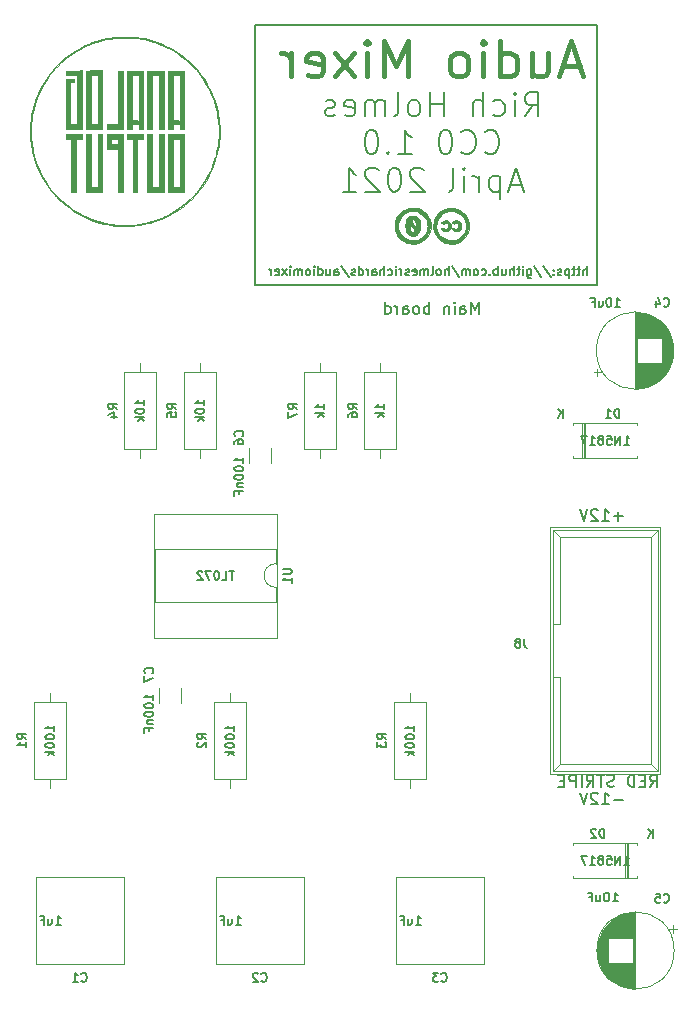
<source format=gbr>
%TF.GenerationSoftware,KiCad,Pcbnew,5.1.10-88a1d61d58~90~ubuntu20.04.1*%
%TF.CreationDate,2021-08-12T14:57:33-04:00*%
%TF.ProjectId,ao_audio_mixer,616f5f61-7564-4696-9f5f-6d697865722e,rev?*%
%TF.SameCoordinates,Original*%
%TF.FileFunction,Legend,Bot*%
%TF.FilePolarity,Positive*%
%FSLAX46Y46*%
G04 Gerber Fmt 4.6, Leading zero omitted, Abs format (unit mm)*
G04 Created by KiCad (PCBNEW 5.1.10-88a1d61d58~90~ubuntu20.04.1) date 2021-08-12 14:57:33*
%MOMM*%
%LPD*%
G01*
G04 APERTURE LIST*
%ADD10C,0.150000*%
%ADD11C,0.400000*%
%ADD12C,0.200000*%
%ADD13C,0.120000*%
%ADD14C,0.010000*%
G04 APERTURE END LIST*
D10*
X112128571Y-58179285D02*
X112128571Y-57429285D01*
X111807142Y-58179285D02*
X111807142Y-57786428D01*
X111842857Y-57715000D01*
X111914285Y-57679285D01*
X112021428Y-57679285D01*
X112092857Y-57715000D01*
X112128571Y-57750714D01*
X111557142Y-57679285D02*
X111271428Y-57679285D01*
X111450000Y-57429285D02*
X111450000Y-58072142D01*
X111414285Y-58143571D01*
X111342857Y-58179285D01*
X111271428Y-58179285D01*
X111128571Y-57679285D02*
X110842857Y-57679285D01*
X111021428Y-57429285D02*
X111021428Y-58072142D01*
X110985714Y-58143571D01*
X110914285Y-58179285D01*
X110842857Y-58179285D01*
X110592857Y-57679285D02*
X110592857Y-58429285D01*
X110592857Y-57715000D02*
X110521428Y-57679285D01*
X110378571Y-57679285D01*
X110307142Y-57715000D01*
X110271428Y-57750714D01*
X110235714Y-57822142D01*
X110235714Y-58036428D01*
X110271428Y-58107857D01*
X110307142Y-58143571D01*
X110378571Y-58179285D01*
X110521428Y-58179285D01*
X110592857Y-58143571D01*
X109950000Y-58143571D02*
X109878571Y-58179285D01*
X109735714Y-58179285D01*
X109664285Y-58143571D01*
X109628571Y-58072142D01*
X109628571Y-58036428D01*
X109664285Y-57965000D01*
X109735714Y-57929285D01*
X109842857Y-57929285D01*
X109914285Y-57893571D01*
X109950000Y-57822142D01*
X109950000Y-57786428D01*
X109914285Y-57715000D01*
X109842857Y-57679285D01*
X109735714Y-57679285D01*
X109664285Y-57715000D01*
X109307142Y-58107857D02*
X109271428Y-58143571D01*
X109307142Y-58179285D01*
X109342857Y-58143571D01*
X109307142Y-58107857D01*
X109307142Y-58179285D01*
X109307142Y-57715000D02*
X109271428Y-57750714D01*
X109307142Y-57786428D01*
X109342857Y-57750714D01*
X109307142Y-57715000D01*
X109307142Y-57786428D01*
X108414285Y-57393571D02*
X109057142Y-58357857D01*
X107628571Y-57393571D02*
X108271428Y-58357857D01*
X107057142Y-57679285D02*
X107057142Y-58286428D01*
X107092857Y-58357857D01*
X107128571Y-58393571D01*
X107199999Y-58429285D01*
X107307142Y-58429285D01*
X107378571Y-58393571D01*
X107057142Y-58143571D02*
X107128571Y-58179285D01*
X107271428Y-58179285D01*
X107342857Y-58143571D01*
X107378571Y-58107857D01*
X107414285Y-58036428D01*
X107414285Y-57822142D01*
X107378571Y-57750714D01*
X107342857Y-57715000D01*
X107271428Y-57679285D01*
X107128571Y-57679285D01*
X107057142Y-57715000D01*
X106699999Y-58179285D02*
X106699999Y-57679285D01*
X106699999Y-57429285D02*
X106735714Y-57465000D01*
X106699999Y-57500714D01*
X106664285Y-57465000D01*
X106699999Y-57429285D01*
X106699999Y-57500714D01*
X106449999Y-57679285D02*
X106164285Y-57679285D01*
X106342857Y-57429285D02*
X106342857Y-58072142D01*
X106307142Y-58143571D01*
X106235714Y-58179285D01*
X106164285Y-58179285D01*
X105914285Y-58179285D02*
X105914285Y-57429285D01*
X105592857Y-58179285D02*
X105592857Y-57786428D01*
X105628571Y-57715000D01*
X105699999Y-57679285D01*
X105807142Y-57679285D01*
X105878571Y-57715000D01*
X105914285Y-57750714D01*
X104914285Y-57679285D02*
X104914285Y-58179285D01*
X105235714Y-57679285D02*
X105235714Y-58072142D01*
X105199999Y-58143571D01*
X105128571Y-58179285D01*
X105021428Y-58179285D01*
X104949999Y-58143571D01*
X104914285Y-58107857D01*
X104557142Y-58179285D02*
X104557142Y-57429285D01*
X104557142Y-57715000D02*
X104485714Y-57679285D01*
X104342857Y-57679285D01*
X104271428Y-57715000D01*
X104235714Y-57750714D01*
X104199999Y-57822142D01*
X104199999Y-58036428D01*
X104235714Y-58107857D01*
X104271428Y-58143571D01*
X104342857Y-58179285D01*
X104485714Y-58179285D01*
X104557142Y-58143571D01*
X103878571Y-58107857D02*
X103842857Y-58143571D01*
X103878571Y-58179285D01*
X103914285Y-58143571D01*
X103878571Y-58107857D01*
X103878571Y-58179285D01*
X103199999Y-58143571D02*
X103271428Y-58179285D01*
X103414285Y-58179285D01*
X103485714Y-58143571D01*
X103521428Y-58107857D01*
X103557142Y-58036428D01*
X103557142Y-57822142D01*
X103521428Y-57750714D01*
X103485714Y-57715000D01*
X103414285Y-57679285D01*
X103271428Y-57679285D01*
X103199999Y-57715000D01*
X102771428Y-58179285D02*
X102842857Y-58143571D01*
X102878571Y-58107857D01*
X102914285Y-58036428D01*
X102914285Y-57822142D01*
X102878571Y-57750714D01*
X102842857Y-57715000D01*
X102771428Y-57679285D01*
X102664285Y-57679285D01*
X102592857Y-57715000D01*
X102557142Y-57750714D01*
X102521428Y-57822142D01*
X102521428Y-58036428D01*
X102557142Y-58107857D01*
X102592857Y-58143571D01*
X102664285Y-58179285D01*
X102771428Y-58179285D01*
X102199999Y-58179285D02*
X102199999Y-57679285D01*
X102199999Y-57750714D02*
X102164285Y-57715000D01*
X102092857Y-57679285D01*
X101985714Y-57679285D01*
X101914285Y-57715000D01*
X101878571Y-57786428D01*
X101878571Y-58179285D01*
X101878571Y-57786428D02*
X101842857Y-57715000D01*
X101771428Y-57679285D01*
X101664285Y-57679285D01*
X101592857Y-57715000D01*
X101557142Y-57786428D01*
X101557142Y-58179285D01*
X100664285Y-57393571D02*
X101307142Y-58357857D01*
X100414285Y-58179285D02*
X100414285Y-57429285D01*
X100092857Y-58179285D02*
X100092857Y-57786428D01*
X100128571Y-57715000D01*
X100199999Y-57679285D01*
X100307142Y-57679285D01*
X100378571Y-57715000D01*
X100414285Y-57750714D01*
X99628571Y-58179285D02*
X99699999Y-58143571D01*
X99735714Y-58107857D01*
X99771428Y-58036428D01*
X99771428Y-57822142D01*
X99735714Y-57750714D01*
X99699999Y-57715000D01*
X99628571Y-57679285D01*
X99521428Y-57679285D01*
X99449999Y-57715000D01*
X99414285Y-57750714D01*
X99378571Y-57822142D01*
X99378571Y-58036428D01*
X99414285Y-58107857D01*
X99449999Y-58143571D01*
X99521428Y-58179285D01*
X99628571Y-58179285D01*
X98949999Y-58179285D02*
X99021428Y-58143571D01*
X99057142Y-58072142D01*
X99057142Y-57429285D01*
X98664285Y-58179285D02*
X98664285Y-57679285D01*
X98664285Y-57750714D02*
X98628571Y-57715000D01*
X98557142Y-57679285D01*
X98449999Y-57679285D01*
X98378571Y-57715000D01*
X98342857Y-57786428D01*
X98342857Y-58179285D01*
X98342857Y-57786428D02*
X98307142Y-57715000D01*
X98235714Y-57679285D01*
X98128571Y-57679285D01*
X98057142Y-57715000D01*
X98021428Y-57786428D01*
X98021428Y-58179285D01*
X97378571Y-58143571D02*
X97449999Y-58179285D01*
X97592857Y-58179285D01*
X97664285Y-58143571D01*
X97699999Y-58072142D01*
X97699999Y-57786428D01*
X97664285Y-57715000D01*
X97592857Y-57679285D01*
X97449999Y-57679285D01*
X97378571Y-57715000D01*
X97342857Y-57786428D01*
X97342857Y-57857857D01*
X97699999Y-57929285D01*
X97057142Y-58143571D02*
X96985714Y-58179285D01*
X96842857Y-58179285D01*
X96771428Y-58143571D01*
X96735714Y-58072142D01*
X96735714Y-58036428D01*
X96771428Y-57965000D01*
X96842857Y-57929285D01*
X96949999Y-57929285D01*
X97021428Y-57893571D01*
X97057142Y-57822142D01*
X97057142Y-57786428D01*
X97021428Y-57715000D01*
X96949999Y-57679285D01*
X96842857Y-57679285D01*
X96771428Y-57715000D01*
X96414285Y-58179285D02*
X96414285Y-57679285D01*
X96414285Y-57822142D02*
X96378571Y-57750714D01*
X96342857Y-57715000D01*
X96271428Y-57679285D01*
X96199999Y-57679285D01*
X95949999Y-58179285D02*
X95949999Y-57679285D01*
X95949999Y-57429285D02*
X95985714Y-57465000D01*
X95949999Y-57500714D01*
X95914285Y-57465000D01*
X95949999Y-57429285D01*
X95949999Y-57500714D01*
X95271428Y-58143571D02*
X95342857Y-58179285D01*
X95485714Y-58179285D01*
X95557142Y-58143571D01*
X95592857Y-58107857D01*
X95628571Y-58036428D01*
X95628571Y-57822142D01*
X95592857Y-57750714D01*
X95557142Y-57715000D01*
X95485714Y-57679285D01*
X95342857Y-57679285D01*
X95271428Y-57715000D01*
X94949999Y-58179285D02*
X94949999Y-57429285D01*
X94628571Y-58179285D02*
X94628571Y-57786428D01*
X94664285Y-57715000D01*
X94735714Y-57679285D01*
X94842857Y-57679285D01*
X94914285Y-57715000D01*
X94949999Y-57750714D01*
X93949999Y-58179285D02*
X93949999Y-57786428D01*
X93985714Y-57715000D01*
X94057142Y-57679285D01*
X94199999Y-57679285D01*
X94271428Y-57715000D01*
X93949999Y-58143571D02*
X94021428Y-58179285D01*
X94199999Y-58179285D01*
X94271428Y-58143571D01*
X94307142Y-58072142D01*
X94307142Y-58000714D01*
X94271428Y-57929285D01*
X94199999Y-57893571D01*
X94021428Y-57893571D01*
X93949999Y-57857857D01*
X93592857Y-58179285D02*
X93592857Y-57679285D01*
X93592857Y-57822142D02*
X93557142Y-57750714D01*
X93521428Y-57715000D01*
X93449999Y-57679285D01*
X93378571Y-57679285D01*
X92807142Y-58179285D02*
X92807142Y-57429285D01*
X92807142Y-58143571D02*
X92878571Y-58179285D01*
X93021428Y-58179285D01*
X93092857Y-58143571D01*
X93128571Y-58107857D01*
X93164285Y-58036428D01*
X93164285Y-57822142D01*
X93128571Y-57750714D01*
X93092857Y-57715000D01*
X93021428Y-57679285D01*
X92878571Y-57679285D01*
X92807142Y-57715000D01*
X92485714Y-58143571D02*
X92414285Y-58179285D01*
X92271428Y-58179285D01*
X92199999Y-58143571D01*
X92164285Y-58072142D01*
X92164285Y-58036428D01*
X92199999Y-57965000D01*
X92271428Y-57929285D01*
X92378571Y-57929285D01*
X92449999Y-57893571D01*
X92485714Y-57822142D01*
X92485714Y-57786428D01*
X92449999Y-57715000D01*
X92378571Y-57679285D01*
X92271428Y-57679285D01*
X92199999Y-57715000D01*
X91307142Y-57393571D02*
X91949999Y-58357857D01*
X90735714Y-58179285D02*
X90735714Y-57786428D01*
X90771428Y-57715000D01*
X90842857Y-57679285D01*
X90985714Y-57679285D01*
X91057142Y-57715000D01*
X90735714Y-58143571D02*
X90807142Y-58179285D01*
X90985714Y-58179285D01*
X91057142Y-58143571D01*
X91092857Y-58072142D01*
X91092857Y-58000714D01*
X91057142Y-57929285D01*
X90985714Y-57893571D01*
X90807142Y-57893571D01*
X90735714Y-57857857D01*
X90057142Y-57679285D02*
X90057142Y-58179285D01*
X90378571Y-57679285D02*
X90378571Y-58072142D01*
X90342857Y-58143571D01*
X90271428Y-58179285D01*
X90164285Y-58179285D01*
X90092857Y-58143571D01*
X90057142Y-58107857D01*
X89378571Y-58179285D02*
X89378571Y-57429285D01*
X89378571Y-58143571D02*
X89449999Y-58179285D01*
X89592857Y-58179285D01*
X89664285Y-58143571D01*
X89699999Y-58107857D01*
X89735714Y-58036428D01*
X89735714Y-57822142D01*
X89699999Y-57750714D01*
X89664285Y-57715000D01*
X89592857Y-57679285D01*
X89449999Y-57679285D01*
X89378571Y-57715000D01*
X89021428Y-58179285D02*
X89021428Y-57679285D01*
X89021428Y-57429285D02*
X89057142Y-57465000D01*
X89021428Y-57500714D01*
X88985714Y-57465000D01*
X89021428Y-57429285D01*
X89021428Y-57500714D01*
X88557142Y-58179285D02*
X88628571Y-58143571D01*
X88664285Y-58107857D01*
X88699999Y-58036428D01*
X88699999Y-57822142D01*
X88664285Y-57750714D01*
X88628571Y-57715000D01*
X88557142Y-57679285D01*
X88449999Y-57679285D01*
X88378571Y-57715000D01*
X88342857Y-57750714D01*
X88307142Y-57822142D01*
X88307142Y-58036428D01*
X88342857Y-58107857D01*
X88378571Y-58143571D01*
X88449999Y-58179285D01*
X88557142Y-58179285D01*
X87985714Y-58179285D02*
X87985714Y-57679285D01*
X87985714Y-57750714D02*
X87949999Y-57715000D01*
X87878571Y-57679285D01*
X87771428Y-57679285D01*
X87699999Y-57715000D01*
X87664285Y-57786428D01*
X87664285Y-58179285D01*
X87664285Y-57786428D02*
X87628571Y-57715000D01*
X87557142Y-57679285D01*
X87449999Y-57679285D01*
X87378571Y-57715000D01*
X87342857Y-57786428D01*
X87342857Y-58179285D01*
X86985714Y-58179285D02*
X86985714Y-57679285D01*
X86985714Y-57429285D02*
X87021428Y-57465000D01*
X86985714Y-57500714D01*
X86949999Y-57465000D01*
X86985714Y-57429285D01*
X86985714Y-57500714D01*
X86699999Y-58179285D02*
X86307142Y-57679285D01*
X86699999Y-57679285D02*
X86307142Y-58179285D01*
X85735714Y-58143571D02*
X85807142Y-58179285D01*
X85949999Y-58179285D01*
X86021428Y-58143571D01*
X86057142Y-58072142D01*
X86057142Y-57786428D01*
X86021428Y-57715000D01*
X85949999Y-57679285D01*
X85807142Y-57679285D01*
X85735714Y-57715000D01*
X85699999Y-57786428D01*
X85699999Y-57857857D01*
X86057142Y-57929285D01*
X85378571Y-58179285D02*
X85378571Y-57679285D01*
X85378571Y-57822142D02*
X85342857Y-57750714D01*
X85307142Y-57715000D01*
X85235714Y-57679285D01*
X85164285Y-57679285D01*
X84000000Y-59000000D02*
X113000000Y-59000000D01*
X84000000Y-37000000D02*
X84000000Y-59000000D01*
X113000000Y-59000000D02*
X113000000Y-37000000D01*
D11*
X111500000Y-40500000D02*
X110071428Y-40500000D01*
X111785714Y-41357142D02*
X110785714Y-38357142D01*
X109785714Y-41357142D01*
X107500000Y-39357142D02*
X107500000Y-41357142D01*
X108785714Y-39357142D02*
X108785714Y-40928571D01*
X108642857Y-41214285D01*
X108357142Y-41357142D01*
X107928571Y-41357142D01*
X107642857Y-41214285D01*
X107500000Y-41071428D01*
X104785714Y-41357142D02*
X104785714Y-38357142D01*
X104785714Y-41214285D02*
X105071428Y-41357142D01*
X105642857Y-41357142D01*
X105928571Y-41214285D01*
X106071428Y-41071428D01*
X106214285Y-40785714D01*
X106214285Y-39928571D01*
X106071428Y-39642857D01*
X105928571Y-39500000D01*
X105642857Y-39357142D01*
X105071428Y-39357142D01*
X104785714Y-39500000D01*
X103357142Y-41357142D02*
X103357142Y-39357142D01*
X103357142Y-38357142D02*
X103500000Y-38500000D01*
X103357142Y-38642857D01*
X103214285Y-38500000D01*
X103357142Y-38357142D01*
X103357142Y-38642857D01*
X101500000Y-41357142D02*
X101785714Y-41214285D01*
X101928571Y-41071428D01*
X102071428Y-40785714D01*
X102071428Y-39928571D01*
X101928571Y-39642857D01*
X101785714Y-39500000D01*
X101500000Y-39357142D01*
X101071428Y-39357142D01*
X100785714Y-39500000D01*
X100642857Y-39642857D01*
X100500000Y-39928571D01*
X100500000Y-40785714D01*
X100642857Y-41071428D01*
X100785714Y-41214285D01*
X101071428Y-41357142D01*
X101500000Y-41357142D01*
X96928571Y-41357142D02*
X96928571Y-38357142D01*
X95928571Y-40500000D01*
X94928571Y-38357142D01*
X94928571Y-41357142D01*
X93500000Y-41357142D02*
X93500000Y-39357142D01*
X93500000Y-38357142D02*
X93642857Y-38500000D01*
X93500000Y-38642857D01*
X93357142Y-38500000D01*
X93500000Y-38357142D01*
X93500000Y-38642857D01*
X92357142Y-41357142D02*
X90785714Y-39357142D01*
X92357142Y-39357142D02*
X90785714Y-41357142D01*
X88500000Y-41214285D02*
X88785714Y-41357142D01*
X89357142Y-41357142D01*
X89642857Y-41214285D01*
X89785714Y-40928571D01*
X89785714Y-39785714D01*
X89642857Y-39500000D01*
X89357142Y-39357142D01*
X88785714Y-39357142D01*
X88500000Y-39500000D01*
X88357142Y-39785714D01*
X88357142Y-40071428D01*
X89785714Y-40357142D01*
X87071428Y-41357142D02*
X87071428Y-39357142D01*
X87071428Y-39928571D02*
X86928571Y-39642857D01*
X86785714Y-39500000D01*
X86500000Y-39357142D01*
X86214285Y-39357142D01*
D12*
X106857142Y-44704761D02*
X107523809Y-43752380D01*
X108000000Y-44704761D02*
X108000000Y-42704761D01*
X107238095Y-42704761D01*
X107047619Y-42800000D01*
X106952380Y-42895238D01*
X106857142Y-43085714D01*
X106857142Y-43371428D01*
X106952380Y-43561904D01*
X107047619Y-43657142D01*
X107238095Y-43752380D01*
X108000000Y-43752380D01*
X106000000Y-44704761D02*
X106000000Y-43371428D01*
X106000000Y-42704761D02*
X106095238Y-42800000D01*
X106000000Y-42895238D01*
X105904761Y-42800000D01*
X106000000Y-42704761D01*
X106000000Y-42895238D01*
X104190476Y-44609523D02*
X104380952Y-44704761D01*
X104761904Y-44704761D01*
X104952380Y-44609523D01*
X105047619Y-44514285D01*
X105142857Y-44323809D01*
X105142857Y-43752380D01*
X105047619Y-43561904D01*
X104952380Y-43466666D01*
X104761904Y-43371428D01*
X104380952Y-43371428D01*
X104190476Y-43466666D01*
X103333333Y-44704761D02*
X103333333Y-42704761D01*
X102476190Y-44704761D02*
X102476190Y-43657142D01*
X102571428Y-43466666D01*
X102761904Y-43371428D01*
X103047619Y-43371428D01*
X103238095Y-43466666D01*
X103333333Y-43561904D01*
X100000000Y-44704761D02*
X100000000Y-42704761D01*
X100000000Y-43657142D02*
X98857142Y-43657142D01*
X98857142Y-44704761D02*
X98857142Y-42704761D01*
X97619047Y-44704761D02*
X97809523Y-44609523D01*
X97904761Y-44514285D01*
X98000000Y-44323809D01*
X98000000Y-43752380D01*
X97904761Y-43561904D01*
X97809523Y-43466666D01*
X97619047Y-43371428D01*
X97333333Y-43371428D01*
X97142857Y-43466666D01*
X97047619Y-43561904D01*
X96952380Y-43752380D01*
X96952380Y-44323809D01*
X97047619Y-44514285D01*
X97142857Y-44609523D01*
X97333333Y-44704761D01*
X97619047Y-44704761D01*
X95809523Y-44704761D02*
X96000000Y-44609523D01*
X96095238Y-44419047D01*
X96095238Y-42704761D01*
X95047619Y-44704761D02*
X95047619Y-43371428D01*
X95047619Y-43561904D02*
X94952380Y-43466666D01*
X94761904Y-43371428D01*
X94476190Y-43371428D01*
X94285714Y-43466666D01*
X94190476Y-43657142D01*
X94190476Y-44704761D01*
X94190476Y-43657142D02*
X94095238Y-43466666D01*
X93904761Y-43371428D01*
X93619047Y-43371428D01*
X93428571Y-43466666D01*
X93333333Y-43657142D01*
X93333333Y-44704761D01*
X91619047Y-44609523D02*
X91809523Y-44704761D01*
X92190476Y-44704761D01*
X92380952Y-44609523D01*
X92476190Y-44419047D01*
X92476190Y-43657142D01*
X92380952Y-43466666D01*
X92190476Y-43371428D01*
X91809523Y-43371428D01*
X91619047Y-43466666D01*
X91523809Y-43657142D01*
X91523809Y-43847619D01*
X92476190Y-44038095D01*
X90761904Y-44609523D02*
X90571428Y-44704761D01*
X90190476Y-44704761D01*
X90000000Y-44609523D01*
X89904761Y-44419047D01*
X89904761Y-44323809D01*
X90000000Y-44133333D01*
X90190476Y-44038095D01*
X90476190Y-44038095D01*
X90666666Y-43942857D01*
X90761904Y-43752380D01*
X90761904Y-43657142D01*
X90666666Y-43466666D01*
X90476190Y-43371428D01*
X90190476Y-43371428D01*
X90000000Y-43466666D01*
X103476190Y-47714285D02*
X103571428Y-47809523D01*
X103857142Y-47904761D01*
X104047619Y-47904761D01*
X104333333Y-47809523D01*
X104523809Y-47619047D01*
X104619047Y-47428571D01*
X104714285Y-47047619D01*
X104714285Y-46761904D01*
X104619047Y-46380952D01*
X104523809Y-46190476D01*
X104333333Y-46000000D01*
X104047619Y-45904761D01*
X103857142Y-45904761D01*
X103571428Y-46000000D01*
X103476190Y-46095238D01*
X101476190Y-47714285D02*
X101571428Y-47809523D01*
X101857142Y-47904761D01*
X102047619Y-47904761D01*
X102333333Y-47809523D01*
X102523809Y-47619047D01*
X102619047Y-47428571D01*
X102714285Y-47047619D01*
X102714285Y-46761904D01*
X102619047Y-46380952D01*
X102523809Y-46190476D01*
X102333333Y-46000000D01*
X102047619Y-45904761D01*
X101857142Y-45904761D01*
X101571428Y-46000000D01*
X101476190Y-46095238D01*
X100238095Y-45904761D02*
X100047619Y-45904761D01*
X99857142Y-46000000D01*
X99761904Y-46095238D01*
X99666666Y-46285714D01*
X99571428Y-46666666D01*
X99571428Y-47142857D01*
X99666666Y-47523809D01*
X99761904Y-47714285D01*
X99857142Y-47809523D01*
X100047619Y-47904761D01*
X100238095Y-47904761D01*
X100428571Y-47809523D01*
X100523809Y-47714285D01*
X100619047Y-47523809D01*
X100714285Y-47142857D01*
X100714285Y-46666666D01*
X100619047Y-46285714D01*
X100523809Y-46095238D01*
X100428571Y-46000000D01*
X100238095Y-45904761D01*
X96142857Y-47904761D02*
X97285714Y-47904761D01*
X96714285Y-47904761D02*
X96714285Y-45904761D01*
X96904761Y-46190476D01*
X97095238Y-46380952D01*
X97285714Y-46476190D01*
X95285714Y-47714285D02*
X95190476Y-47809523D01*
X95285714Y-47904761D01*
X95380952Y-47809523D01*
X95285714Y-47714285D01*
X95285714Y-47904761D01*
X93952380Y-45904761D02*
X93761904Y-45904761D01*
X93571428Y-46000000D01*
X93476190Y-46095238D01*
X93380952Y-46285714D01*
X93285714Y-46666666D01*
X93285714Y-47142857D01*
X93380952Y-47523809D01*
X93476190Y-47714285D01*
X93571428Y-47809523D01*
X93761904Y-47904761D01*
X93952380Y-47904761D01*
X94142857Y-47809523D01*
X94238095Y-47714285D01*
X94333333Y-47523809D01*
X94428571Y-47142857D01*
X94428571Y-46666666D01*
X94333333Y-46285714D01*
X94238095Y-46095238D01*
X94142857Y-46000000D01*
X93952380Y-45904761D01*
X106571428Y-50533333D02*
X105619047Y-50533333D01*
X106761904Y-51104761D02*
X106095238Y-49104761D01*
X105428571Y-51104761D01*
X104761904Y-49771428D02*
X104761904Y-51771428D01*
X104761904Y-49866666D02*
X104571428Y-49771428D01*
X104190476Y-49771428D01*
X104000000Y-49866666D01*
X103904761Y-49961904D01*
X103809523Y-50152380D01*
X103809523Y-50723809D01*
X103904761Y-50914285D01*
X104000000Y-51009523D01*
X104190476Y-51104761D01*
X104571428Y-51104761D01*
X104761904Y-51009523D01*
X102952380Y-51104761D02*
X102952380Y-49771428D01*
X102952380Y-50152380D02*
X102857142Y-49961904D01*
X102761904Y-49866666D01*
X102571428Y-49771428D01*
X102380952Y-49771428D01*
X101714285Y-51104761D02*
X101714285Y-49771428D01*
X101714285Y-49104761D02*
X101809523Y-49200000D01*
X101714285Y-49295238D01*
X101619047Y-49200000D01*
X101714285Y-49104761D01*
X101714285Y-49295238D01*
X100476190Y-51104761D02*
X100666666Y-51009523D01*
X100761904Y-50819047D01*
X100761904Y-49104761D01*
X98285714Y-49295238D02*
X98190476Y-49200000D01*
X98000000Y-49104761D01*
X97523809Y-49104761D01*
X97333333Y-49200000D01*
X97238095Y-49295238D01*
X97142857Y-49485714D01*
X97142857Y-49676190D01*
X97238095Y-49961904D01*
X98380952Y-51104761D01*
X97142857Y-51104761D01*
X95904761Y-49104761D02*
X95714285Y-49104761D01*
X95523809Y-49200000D01*
X95428571Y-49295238D01*
X95333333Y-49485714D01*
X95238095Y-49866666D01*
X95238095Y-50342857D01*
X95333333Y-50723809D01*
X95428571Y-50914285D01*
X95523809Y-51009523D01*
X95714285Y-51104761D01*
X95904761Y-51104761D01*
X96095238Y-51009523D01*
X96190476Y-50914285D01*
X96285714Y-50723809D01*
X96380952Y-50342857D01*
X96380952Y-49866666D01*
X96285714Y-49485714D01*
X96190476Y-49295238D01*
X96095238Y-49200000D01*
X95904761Y-49104761D01*
X94476190Y-49295238D02*
X94380952Y-49200000D01*
X94190476Y-49104761D01*
X93714285Y-49104761D01*
X93523809Y-49200000D01*
X93428571Y-49295238D01*
X93333333Y-49485714D01*
X93333333Y-49676190D01*
X93428571Y-49961904D01*
X94571428Y-51104761D01*
X93333333Y-51104761D01*
X91428571Y-51104761D02*
X92571428Y-51104761D01*
X92000000Y-51104761D02*
X92000000Y-49104761D01*
X92190476Y-49390476D01*
X92380952Y-49580952D01*
X92571428Y-49676190D01*
D10*
X113000000Y-37000000D02*
X84000000Y-37000000D01*
X102976190Y-61452380D02*
X102976190Y-60452380D01*
X102642857Y-61166666D01*
X102309523Y-60452380D01*
X102309523Y-61452380D01*
X101404761Y-61452380D02*
X101404761Y-60928571D01*
X101452380Y-60833333D01*
X101547619Y-60785714D01*
X101738095Y-60785714D01*
X101833333Y-60833333D01*
X101404761Y-61404761D02*
X101500000Y-61452380D01*
X101738095Y-61452380D01*
X101833333Y-61404761D01*
X101880952Y-61309523D01*
X101880952Y-61214285D01*
X101833333Y-61119047D01*
X101738095Y-61071428D01*
X101500000Y-61071428D01*
X101404761Y-61023809D01*
X100928571Y-61452380D02*
X100928571Y-60785714D01*
X100928571Y-60452380D02*
X100976190Y-60500000D01*
X100928571Y-60547619D01*
X100880952Y-60500000D01*
X100928571Y-60452380D01*
X100928571Y-60547619D01*
X100452380Y-60785714D02*
X100452380Y-61452380D01*
X100452380Y-60880952D02*
X100404761Y-60833333D01*
X100309523Y-60785714D01*
X100166666Y-60785714D01*
X100071428Y-60833333D01*
X100023809Y-60928571D01*
X100023809Y-61452380D01*
X98785714Y-61452380D02*
X98785714Y-60452380D01*
X98785714Y-60833333D02*
X98690476Y-60785714D01*
X98500000Y-60785714D01*
X98404761Y-60833333D01*
X98357142Y-60880952D01*
X98309523Y-60976190D01*
X98309523Y-61261904D01*
X98357142Y-61357142D01*
X98404761Y-61404761D01*
X98500000Y-61452380D01*
X98690476Y-61452380D01*
X98785714Y-61404761D01*
X97738095Y-61452380D02*
X97833333Y-61404761D01*
X97880952Y-61357142D01*
X97928571Y-61261904D01*
X97928571Y-60976190D01*
X97880952Y-60880952D01*
X97833333Y-60833333D01*
X97738095Y-60785714D01*
X97595238Y-60785714D01*
X97500000Y-60833333D01*
X97452380Y-60880952D01*
X97404761Y-60976190D01*
X97404761Y-61261904D01*
X97452380Y-61357142D01*
X97500000Y-61404761D01*
X97595238Y-61452380D01*
X97738095Y-61452380D01*
X96547619Y-61452380D02*
X96547619Y-60928571D01*
X96595238Y-60833333D01*
X96690476Y-60785714D01*
X96880952Y-60785714D01*
X96976190Y-60833333D01*
X96547619Y-61404761D02*
X96642857Y-61452380D01*
X96880952Y-61452380D01*
X96976190Y-61404761D01*
X97023809Y-61309523D01*
X97023809Y-61214285D01*
X96976190Y-61119047D01*
X96880952Y-61071428D01*
X96642857Y-61071428D01*
X96547619Y-61023809D01*
X96071428Y-61452380D02*
X96071428Y-60785714D01*
X96071428Y-60976190D02*
X96023809Y-60880952D01*
X95976190Y-60833333D01*
X95880952Y-60785714D01*
X95785714Y-60785714D01*
X95023809Y-61452380D02*
X95023809Y-60452380D01*
X95023809Y-61404761D02*
X95119047Y-61452380D01*
X95309523Y-61452380D01*
X95404761Y-61404761D01*
X95452380Y-61357142D01*
X95500000Y-61261904D01*
X95500000Y-60976190D01*
X95452380Y-60880952D01*
X95404761Y-60833333D01*
X95309523Y-60785714D01*
X95119047Y-60785714D01*
X95023809Y-60833333D01*
D13*
%TO.C,R5*%
X78010000Y-66370000D02*
X80750000Y-66370000D01*
X80750000Y-66370000D02*
X80750000Y-72910000D01*
X80750000Y-72910000D02*
X78010000Y-72910000D01*
X78010000Y-72910000D02*
X78010000Y-66370000D01*
X79380000Y-65600000D02*
X79380000Y-66370000D01*
X79380000Y-73680000D02*
X79380000Y-72910000D01*
%TO.C,R4*%
X75670000Y-72910000D02*
X72930000Y-72910000D01*
X72930000Y-72910000D02*
X72930000Y-66370000D01*
X72930000Y-66370000D02*
X75670000Y-66370000D01*
X75670000Y-66370000D02*
X75670000Y-72910000D01*
X74300000Y-73680000D02*
X74300000Y-72910000D01*
X74300000Y-65600000D02*
X74300000Y-66370000D01*
%TO.C,R3*%
X95790000Y-94310000D02*
X98530000Y-94310000D01*
X98530000Y-94310000D02*
X98530000Y-100850000D01*
X98530000Y-100850000D02*
X95790000Y-100850000D01*
X95790000Y-100850000D02*
X95790000Y-94310000D01*
X97160000Y-93540000D02*
X97160000Y-94310000D01*
X97160000Y-101620000D02*
X97160000Y-100850000D01*
D14*
%TO.C,GRAF2*%
G36*
X69064588Y-40852281D02*
G01*
X69001480Y-40853088D01*
X68928115Y-40853844D01*
X68846935Y-40854535D01*
X68760383Y-40855145D01*
X68670902Y-40855659D01*
X68580934Y-40856063D01*
X68492922Y-40856342D01*
X68409310Y-40856480D01*
X68378788Y-40856492D01*
X67983500Y-40856500D01*
X67983500Y-41262900D01*
X68967750Y-41262900D01*
X68967750Y-45358650D01*
X68370850Y-45358650D01*
X68370850Y-41847338D01*
X68515313Y-41845631D01*
X68659775Y-41843925D01*
X68661487Y-41705757D01*
X68663198Y-41567589D01*
X68323097Y-41569232D01*
X67982995Y-41570875D01*
X67981660Y-43667962D01*
X67980325Y-45765050D01*
X69355100Y-45765050D01*
X69355100Y-40848078D01*
X69064588Y-40852281D01*
G37*
X69064588Y-40852281D02*
X69001480Y-40853088D01*
X68928115Y-40853844D01*
X68846935Y-40854535D01*
X68760383Y-40855145D01*
X68670902Y-40855659D01*
X68580934Y-40856063D01*
X68492922Y-40856342D01*
X68409310Y-40856480D01*
X68378788Y-40856492D01*
X67983500Y-40856500D01*
X67983500Y-41262900D01*
X68967750Y-41262900D01*
X68967750Y-45358650D01*
X68370850Y-45358650D01*
X68370850Y-41847338D01*
X68515313Y-41845631D01*
X68659775Y-41843925D01*
X68661487Y-41705757D01*
X68663198Y-41567589D01*
X68323097Y-41569232D01*
X67982995Y-41570875D01*
X67981660Y-43667962D01*
X67980325Y-45765050D01*
X69355100Y-45765050D01*
X69355100Y-40848078D01*
X69064588Y-40852281D01*
G36*
X70401263Y-40851709D02*
G01*
X69713875Y-40853325D01*
X69712280Y-43309187D01*
X69710684Y-45765050D01*
X71088650Y-45765050D01*
X71088650Y-41262900D01*
X70694950Y-41262900D01*
X70694950Y-45358650D01*
X70104400Y-45358650D01*
X70104400Y-41262900D01*
X70694950Y-41262900D01*
X71088650Y-41262900D01*
X71088650Y-40850093D01*
X70401263Y-40851709D01*
G37*
X70401263Y-40851709D02*
X69713875Y-40853325D01*
X69712280Y-43309187D01*
X69710684Y-45765050D01*
X71088650Y-45765050D01*
X71088650Y-41262900D01*
X70694950Y-41262900D01*
X70694950Y-45358650D01*
X70104400Y-45358650D01*
X70104400Y-41262900D01*
X70694950Y-41262900D01*
X71088650Y-41262900D01*
X71088650Y-40850093D01*
X70401263Y-40851709D01*
G36*
X72433272Y-43105987D02*
G01*
X72431675Y-45355475D01*
X71937963Y-45357101D01*
X71444250Y-45358727D01*
X71444250Y-45765050D01*
X72822200Y-45765050D01*
X72822200Y-40856500D01*
X72434868Y-40856500D01*
X72433272Y-43105987D01*
G37*
X72433272Y-43105987D02*
X72431675Y-45355475D01*
X71937963Y-45357101D01*
X71444250Y-45358727D01*
X71444250Y-45765050D01*
X72822200Y-45765050D01*
X72822200Y-40856500D01*
X72434868Y-40856500D01*
X72433272Y-43105987D01*
G36*
X73179380Y-43309187D02*
G01*
X73177784Y-45765050D01*
X73565150Y-45765050D01*
X73565150Y-45358650D01*
X74162050Y-45358650D01*
X74162050Y-45765050D01*
X74555767Y-45765050D01*
X74554171Y-43309187D01*
X74552842Y-41262900D01*
X74162050Y-41262900D01*
X74162050Y-45085725D01*
X73865188Y-45084075D01*
X73568325Y-45082425D01*
X73566728Y-43172662D01*
X73565130Y-41262900D01*
X74162050Y-41262900D01*
X74552842Y-41262900D01*
X74552575Y-40853325D01*
X73180975Y-40853325D01*
X73179380Y-43309187D01*
G37*
X73179380Y-43309187D02*
X73177784Y-45765050D01*
X73565150Y-45765050D01*
X73565150Y-45358650D01*
X74162050Y-45358650D01*
X74162050Y-45765050D01*
X74555767Y-45765050D01*
X74554171Y-43309187D01*
X74552842Y-41262900D01*
X74162050Y-41262900D01*
X74162050Y-45085725D01*
X73865188Y-45084075D01*
X73568325Y-45082425D01*
X73566728Y-43172662D01*
X73565130Y-41262900D01*
X74162050Y-41262900D01*
X74552842Y-41262900D01*
X74552575Y-40853325D01*
X73180975Y-40853325D01*
X73179380Y-43309187D01*
G36*
X74911350Y-45765050D02*
G01*
X75298700Y-45765050D01*
X75298700Y-41262900D01*
X75895600Y-41262900D01*
X75895600Y-45765050D01*
X76282950Y-45765050D01*
X76284491Y-43513975D01*
X76284607Y-43343382D01*
X76284721Y-43174999D01*
X76284834Y-43009333D01*
X76284943Y-42846892D01*
X76285049Y-42688185D01*
X76285152Y-42533718D01*
X76285252Y-42383999D01*
X76285347Y-42239538D01*
X76285438Y-42100841D01*
X76285525Y-41968417D01*
X76285606Y-41842774D01*
X76285682Y-41724418D01*
X76285753Y-41613860D01*
X76285817Y-41511605D01*
X76285875Y-41418163D01*
X76285927Y-41334041D01*
X76285971Y-41259748D01*
X76286009Y-41195790D01*
X76286039Y-41142676D01*
X76286060Y-41100914D01*
X76286074Y-41071012D01*
X76286078Y-41058112D01*
X76286125Y-40853325D01*
X75598738Y-40853098D01*
X74911350Y-40852872D01*
X74911350Y-45765050D01*
G37*
X74911350Y-45765050D02*
X75298700Y-45765050D01*
X75298700Y-41262900D01*
X75895600Y-41262900D01*
X75895600Y-45765050D01*
X76282950Y-45765050D01*
X76284491Y-43513975D01*
X76284607Y-43343382D01*
X76284721Y-43174999D01*
X76284834Y-43009333D01*
X76284943Y-42846892D01*
X76285049Y-42688185D01*
X76285152Y-42533718D01*
X76285252Y-42383999D01*
X76285347Y-42239538D01*
X76285438Y-42100841D01*
X76285525Y-41968417D01*
X76285606Y-41842774D01*
X76285682Y-41724418D01*
X76285753Y-41613860D01*
X76285817Y-41511605D01*
X76285875Y-41418163D01*
X76285927Y-41334041D01*
X76285971Y-41259748D01*
X76286009Y-41195790D01*
X76286039Y-41142676D01*
X76286060Y-41100914D01*
X76286074Y-41071012D01*
X76286078Y-41058112D01*
X76286125Y-40853325D01*
X75598738Y-40853098D01*
X74911350Y-40852872D01*
X74911350Y-45765050D01*
G36*
X76644900Y-45765050D02*
G01*
X77032250Y-45765050D01*
X77032250Y-45358650D01*
X77629150Y-45358650D01*
X77629150Y-45765050D01*
X78016500Y-45765050D01*
X78016628Y-45563437D01*
X78016640Y-45541822D01*
X78016654Y-45508014D01*
X78016671Y-45462520D01*
X78016691Y-45405845D01*
X78016714Y-45338496D01*
X78016738Y-45260980D01*
X78016766Y-45173804D01*
X78016795Y-45077474D01*
X78016826Y-44972497D01*
X78016859Y-44859379D01*
X78016894Y-44738627D01*
X78016930Y-44610748D01*
X78016968Y-44476247D01*
X78017007Y-44335632D01*
X78017047Y-44189410D01*
X78017088Y-44038086D01*
X78017130Y-43882168D01*
X78017173Y-43722162D01*
X78017216Y-43558575D01*
X78017260Y-43391913D01*
X78017304Y-43222682D01*
X78017333Y-43107575D01*
X78017805Y-41262900D01*
X77629150Y-41262900D01*
X77629150Y-45085725D01*
X77332288Y-45084075D01*
X77035425Y-45082425D01*
X77033828Y-43172662D01*
X77032230Y-41262900D01*
X77629150Y-41262900D01*
X78017805Y-41262900D01*
X78017910Y-40853325D01*
X77331405Y-40853098D01*
X76644900Y-40852872D01*
X76644900Y-45765050D01*
G37*
X76644900Y-45765050D02*
X77032250Y-45765050D01*
X77032250Y-45358650D01*
X77629150Y-45358650D01*
X77629150Y-45765050D01*
X78016500Y-45765050D01*
X78016628Y-45563437D01*
X78016640Y-45541822D01*
X78016654Y-45508014D01*
X78016671Y-45462520D01*
X78016691Y-45405845D01*
X78016714Y-45338496D01*
X78016738Y-45260980D01*
X78016766Y-45173804D01*
X78016795Y-45077474D01*
X78016826Y-44972497D01*
X78016859Y-44859379D01*
X78016894Y-44738627D01*
X78016930Y-44610748D01*
X78016968Y-44476247D01*
X78017007Y-44335632D01*
X78017047Y-44189410D01*
X78017088Y-44038086D01*
X78017130Y-43882168D01*
X78017173Y-43722162D01*
X78017216Y-43558575D01*
X78017260Y-43391913D01*
X78017304Y-43222682D01*
X78017333Y-43107575D01*
X78017805Y-41262900D01*
X77629150Y-41262900D01*
X77629150Y-45085725D01*
X77332288Y-45084075D01*
X77035425Y-45082425D01*
X77033828Y-43172662D01*
X77032230Y-41262900D01*
X77629150Y-41262900D01*
X78017805Y-41262900D01*
X78017910Y-40853325D01*
X77331405Y-40853098D01*
X76644900Y-40852872D01*
X76644900Y-45765050D01*
G36*
X67983500Y-46641350D02*
G01*
X68472450Y-46641350D01*
X68472450Y-51143500D01*
X68866150Y-51143500D01*
X68866150Y-46641350D01*
X69355100Y-46641350D01*
X69355100Y-46234950D01*
X67983500Y-46234950D01*
X67983500Y-46641350D01*
G37*
X67983500Y-46641350D02*
X68472450Y-46641350D01*
X68472450Y-51143500D01*
X68866150Y-51143500D01*
X68866150Y-46641350D01*
X69355100Y-46641350D01*
X69355100Y-46234950D01*
X67983500Y-46234950D01*
X67983500Y-46641350D01*
G36*
X71444250Y-47498522D02*
G01*
X71937963Y-47500148D01*
X72431675Y-47501775D01*
X72433274Y-49322637D01*
X72434872Y-51143500D01*
X72822200Y-51143500D01*
X72822200Y-46959181D01*
X72433773Y-46959181D01*
X72433703Y-47001195D01*
X72433458Y-47036245D01*
X72433048Y-47062800D01*
X72432481Y-47079330D01*
X72431961Y-47084220D01*
X72428623Y-47086165D01*
X72419632Y-47087789D01*
X72404095Y-47089117D01*
X72381114Y-47090172D01*
X72349796Y-47090979D01*
X72309244Y-47091561D01*
X72258563Y-47091942D01*
X72196859Y-47092147D01*
X72133425Y-47092200D01*
X71837950Y-47092200D01*
X71837950Y-46641224D01*
X72134813Y-46642874D01*
X72431675Y-46644525D01*
X72433349Y-46860382D01*
X72433658Y-46911733D01*
X72433773Y-46959181D01*
X72822200Y-46959181D01*
X72822200Y-46234950D01*
X71444250Y-46234950D01*
X71444250Y-47498522D01*
G37*
X71444250Y-47498522D02*
X71937963Y-47500148D01*
X72431675Y-47501775D01*
X72433274Y-49322637D01*
X72434872Y-51143500D01*
X72822200Y-51143500D01*
X72822200Y-46959181D01*
X72433773Y-46959181D01*
X72433703Y-47001195D01*
X72433458Y-47036245D01*
X72433048Y-47062800D01*
X72432481Y-47079330D01*
X72431961Y-47084220D01*
X72428623Y-47086165D01*
X72419632Y-47087789D01*
X72404095Y-47089117D01*
X72381114Y-47090172D01*
X72349796Y-47090979D01*
X72309244Y-47091561D01*
X72258563Y-47091942D01*
X72196859Y-47092147D01*
X72133425Y-47092200D01*
X71837950Y-47092200D01*
X71837950Y-46641224D01*
X72134813Y-46642874D01*
X72431675Y-46644525D01*
X72433349Y-46860382D01*
X72433658Y-46911733D01*
X72433773Y-46959181D01*
X72822200Y-46959181D01*
X72822200Y-46234950D01*
X71444250Y-46234950D01*
X71444250Y-47498522D01*
G36*
X73177800Y-46641350D02*
G01*
X73673100Y-46641350D01*
X73673100Y-51143500D01*
X74060450Y-51143500D01*
X74060450Y-46641350D01*
X74555750Y-46641350D01*
X74555750Y-46234950D01*
X73177800Y-46234950D01*
X73177800Y-46641350D01*
G37*
X73177800Y-46641350D02*
X73673100Y-46641350D01*
X73673100Y-51143500D01*
X74060450Y-51143500D01*
X74060450Y-46641350D01*
X74555750Y-46641350D01*
X74555750Y-46234950D01*
X73177800Y-46234950D01*
X73177800Y-46641350D01*
G36*
X70701300Y-50737100D02*
G01*
X70104400Y-50737100D01*
X70104400Y-46234950D01*
X69717050Y-46234950D01*
X69715510Y-48486025D01*
X69715394Y-48656617D01*
X69715280Y-48825000D01*
X69715167Y-48990666D01*
X69715058Y-49153107D01*
X69714952Y-49311814D01*
X69714849Y-49466281D01*
X69714749Y-49616000D01*
X69714654Y-49760461D01*
X69714563Y-49899158D01*
X69714476Y-50031582D01*
X69714395Y-50157225D01*
X69714319Y-50275581D01*
X69714248Y-50386139D01*
X69714184Y-50488394D01*
X69714126Y-50581836D01*
X69714074Y-50665958D01*
X69714030Y-50740251D01*
X69713992Y-50804209D01*
X69713962Y-50857323D01*
X69713941Y-50899085D01*
X69713927Y-50928987D01*
X69713923Y-50941887D01*
X69713875Y-51146675D01*
X70401263Y-51146901D01*
X71088650Y-51147127D01*
X71088650Y-46234950D01*
X70701300Y-46234950D01*
X70701300Y-50737100D01*
G37*
X70701300Y-50737100D02*
X70104400Y-50737100D01*
X70104400Y-46234950D01*
X69717050Y-46234950D01*
X69715510Y-48486025D01*
X69715394Y-48656617D01*
X69715280Y-48825000D01*
X69715167Y-48990666D01*
X69715058Y-49153107D01*
X69714952Y-49311814D01*
X69714849Y-49466281D01*
X69714749Y-49616000D01*
X69714654Y-49760461D01*
X69714563Y-49899158D01*
X69714476Y-50031582D01*
X69714395Y-50157225D01*
X69714319Y-50275581D01*
X69714248Y-50386139D01*
X69714184Y-50488394D01*
X69714126Y-50581836D01*
X69714074Y-50665958D01*
X69714030Y-50740251D01*
X69713992Y-50804209D01*
X69713962Y-50857323D01*
X69713941Y-50899085D01*
X69713927Y-50928987D01*
X69713923Y-50941887D01*
X69713875Y-51146675D01*
X70401263Y-51146901D01*
X71088650Y-51147127D01*
X71088650Y-46234950D01*
X70701300Y-46234950D01*
X70701300Y-50737100D01*
G36*
X75895600Y-50737100D02*
G01*
X75298700Y-50737100D01*
X75298700Y-46234950D01*
X74911350Y-46234950D01*
X74911350Y-51147095D01*
X75597627Y-51147095D01*
X75689853Y-51147064D01*
X75778459Y-51146975D01*
X75862623Y-51146831D01*
X75941527Y-51146637D01*
X76014351Y-51146396D01*
X76080275Y-51146112D01*
X76138480Y-51145790D01*
X76188145Y-51145434D01*
X76228453Y-51145047D01*
X76258581Y-51144634D01*
X76277712Y-51144199D01*
X76285026Y-51143745D01*
X76285075Y-51143710D01*
X76285154Y-51137187D01*
X76285220Y-51118398D01*
X76285275Y-51087776D01*
X76285318Y-51045754D01*
X76285349Y-50992765D01*
X76285369Y-50929243D01*
X76285377Y-50855622D01*
X76285375Y-50772333D01*
X76285361Y-50679812D01*
X76285337Y-50578492D01*
X76285302Y-50468804D01*
X76285256Y-50351184D01*
X76285201Y-50226065D01*
X76285135Y-50093879D01*
X76285059Y-49955060D01*
X76284974Y-49810042D01*
X76284879Y-49659258D01*
X76284774Y-49503141D01*
X76284660Y-49342124D01*
X76284537Y-49176642D01*
X76284405Y-49007127D01*
X76284265Y-48834012D01*
X76284141Y-48687637D01*
X76282035Y-46234950D01*
X75895600Y-46234950D01*
X75895600Y-50737100D01*
G37*
X75895600Y-50737100D02*
X75298700Y-50737100D01*
X75298700Y-46234950D01*
X74911350Y-46234950D01*
X74911350Y-51147095D01*
X75597627Y-51147095D01*
X75689853Y-51147064D01*
X75778459Y-51146975D01*
X75862623Y-51146831D01*
X75941527Y-51146637D01*
X76014351Y-51146396D01*
X76080275Y-51146112D01*
X76138480Y-51145790D01*
X76188145Y-51145434D01*
X76228453Y-51145047D01*
X76258581Y-51144634D01*
X76277712Y-51144199D01*
X76285026Y-51143745D01*
X76285075Y-51143710D01*
X76285154Y-51137187D01*
X76285220Y-51118398D01*
X76285275Y-51087776D01*
X76285318Y-51045754D01*
X76285349Y-50992765D01*
X76285369Y-50929243D01*
X76285377Y-50855622D01*
X76285375Y-50772333D01*
X76285361Y-50679812D01*
X76285337Y-50578492D01*
X76285302Y-50468804D01*
X76285256Y-50351184D01*
X76285201Y-50226065D01*
X76285135Y-50093879D01*
X76285059Y-49955060D01*
X76284974Y-49810042D01*
X76284879Y-49659258D01*
X76284774Y-49503141D01*
X76284660Y-49342124D01*
X76284537Y-49176642D01*
X76284405Y-49007127D01*
X76284265Y-48834012D01*
X76284141Y-48687637D01*
X76282035Y-46234950D01*
X75895600Y-46234950D01*
X75895600Y-50737100D01*
G36*
X76644900Y-51149850D02*
G01*
X77329642Y-51149850D01*
X77421836Y-51149811D01*
X77510458Y-51149699D01*
X77594681Y-51149519D01*
X77673680Y-51149275D01*
X77746630Y-51148972D01*
X77812705Y-51148617D01*
X77871080Y-51148213D01*
X77920930Y-51147766D01*
X77961428Y-51147281D01*
X77991750Y-51146764D01*
X78011071Y-51146218D01*
X78018563Y-51145649D01*
X78018617Y-51145616D01*
X78018921Y-51139033D01*
X78019218Y-51120182D01*
X78019510Y-51089499D01*
X78019794Y-51047417D01*
X78020070Y-50994368D01*
X78020338Y-50930787D01*
X78020597Y-50857108D01*
X78020845Y-50773763D01*
X78021082Y-50681186D01*
X78021308Y-50579811D01*
X78021522Y-50470070D01*
X78021722Y-50352399D01*
X78021909Y-50227230D01*
X78022081Y-50094997D01*
X78022238Y-49956133D01*
X78022378Y-49811072D01*
X78022502Y-49660247D01*
X78022608Y-49504092D01*
X78022696Y-49343040D01*
X78022765Y-49177526D01*
X78022814Y-49007981D01*
X78022843Y-48834841D01*
X78022850Y-48688166D01*
X78022850Y-46641350D01*
X77629150Y-46641350D01*
X77629150Y-50737100D01*
X77032250Y-50737100D01*
X77032250Y-46641350D01*
X77629150Y-46641350D01*
X78022850Y-46641350D01*
X78022850Y-46234950D01*
X76644900Y-46234950D01*
X76644900Y-51149850D01*
G37*
X76644900Y-51149850D02*
X77329642Y-51149850D01*
X77421836Y-51149811D01*
X77510458Y-51149699D01*
X77594681Y-51149519D01*
X77673680Y-51149275D01*
X77746630Y-51148972D01*
X77812705Y-51148617D01*
X77871080Y-51148213D01*
X77920930Y-51147766D01*
X77961428Y-51147281D01*
X77991750Y-51146764D01*
X78011071Y-51146218D01*
X78018563Y-51145649D01*
X78018617Y-51145616D01*
X78018921Y-51139033D01*
X78019218Y-51120182D01*
X78019510Y-51089499D01*
X78019794Y-51047417D01*
X78020070Y-50994368D01*
X78020338Y-50930787D01*
X78020597Y-50857108D01*
X78020845Y-50773763D01*
X78021082Y-50681186D01*
X78021308Y-50579811D01*
X78021522Y-50470070D01*
X78021722Y-50352399D01*
X78021909Y-50227230D01*
X78022081Y-50094997D01*
X78022238Y-49956133D01*
X78022378Y-49811072D01*
X78022502Y-49660247D01*
X78022608Y-49504092D01*
X78022696Y-49343040D01*
X78022765Y-49177526D01*
X78022814Y-49007981D01*
X78022843Y-48834841D01*
X78022850Y-48688166D01*
X78022850Y-46641350D01*
X77629150Y-46641350D01*
X77629150Y-50737100D01*
X77032250Y-50737100D01*
X77032250Y-46641350D01*
X77629150Y-46641350D01*
X78022850Y-46641350D01*
X78022850Y-46234950D01*
X76644900Y-46234950D01*
X76644900Y-51149850D01*
G36*
X72825009Y-37975735D02*
G01*
X72609371Y-37982774D01*
X72401091Y-37995337D01*
X72390400Y-37996151D01*
X72071626Y-38027031D01*
X71755426Y-38070289D01*
X71442096Y-38125818D01*
X71131928Y-38193510D01*
X70825218Y-38273257D01*
X70522259Y-38364950D01*
X70223346Y-38468480D01*
X69928773Y-38583741D01*
X69638834Y-38710622D01*
X69353823Y-38849017D01*
X69074035Y-38998816D01*
X68799763Y-39159912D01*
X68531301Y-39332196D01*
X68275600Y-39510716D01*
X68027604Y-39698759D01*
X67786079Y-39897428D01*
X67551714Y-40106041D01*
X67325199Y-40323919D01*
X67107223Y-40550380D01*
X66898476Y-40784742D01*
X66699645Y-41026326D01*
X66566140Y-41200161D01*
X66381124Y-41458787D01*
X66206770Y-41724146D01*
X66043239Y-41995861D01*
X65890694Y-42273556D01*
X65749296Y-42556854D01*
X65619206Y-42845380D01*
X65500587Y-43138756D01*
X65393601Y-43436608D01*
X65298409Y-43738557D01*
X65215173Y-44044229D01*
X65144055Y-44353246D01*
X65090945Y-44631575D01*
X65062958Y-44804235D01*
X65038963Y-44975168D01*
X65018561Y-45147803D01*
X65001352Y-45325570D01*
X64986937Y-45511896D01*
X64985069Y-45539625D01*
X64982958Y-45579936D01*
X64981165Y-45631142D01*
X64979689Y-45691464D01*
X64978531Y-45759124D01*
X64977690Y-45832341D01*
X64977167Y-45909338D01*
X64976961Y-45988334D01*
X64977074Y-46067552D01*
X64977504Y-46145212D01*
X64978252Y-46219534D01*
X64979319Y-46288741D01*
X64980704Y-46351053D01*
X64982407Y-46404691D01*
X64984429Y-46447876D01*
X64985009Y-46457200D01*
X65006361Y-46725334D01*
X65034324Y-46984351D01*
X65069188Y-47236148D01*
X65111243Y-47482622D01*
X65160779Y-47725671D01*
X65212045Y-47943241D01*
X65296259Y-48253427D01*
X65392154Y-48558673D01*
X65499638Y-48858811D01*
X65618622Y-49153671D01*
X65749016Y-49443085D01*
X65890729Y-49726882D01*
X66043671Y-50004895D01*
X66207753Y-50276954D01*
X66382883Y-50542889D01*
X66568972Y-50802532D01*
X66765930Y-51055714D01*
X66973666Y-51302265D01*
X67045554Y-51383239D01*
X67077512Y-51418069D01*
X67117042Y-51460027D01*
X67162613Y-51507566D01*
X67212690Y-51559144D01*
X67265738Y-51613214D01*
X67320224Y-51668232D01*
X67374614Y-51722654D01*
X67427374Y-51774935D01*
X67476969Y-51823529D01*
X67521866Y-51866893D01*
X67560531Y-51903481D01*
X67580275Y-51921698D01*
X67822836Y-52134082D01*
X68072174Y-52335786D01*
X68328032Y-52526703D01*
X68590154Y-52706729D01*
X68858283Y-52875757D01*
X69132164Y-53033681D01*
X69411538Y-53180395D01*
X69696149Y-53315794D01*
X69985742Y-53439772D01*
X70280059Y-53552223D01*
X70578844Y-53653041D01*
X70881840Y-53742120D01*
X71188790Y-53819355D01*
X71499438Y-53884638D01*
X71813528Y-53937866D01*
X72130802Y-53978931D01*
X72451004Y-54007728D01*
X72666625Y-54020087D01*
X72705981Y-54021469D01*
X72755474Y-54022637D01*
X72812849Y-54023583D01*
X72875849Y-54024301D01*
X72942219Y-54024782D01*
X73009705Y-54025020D01*
X73076049Y-54025006D01*
X73138997Y-54024734D01*
X73196292Y-54024196D01*
X73245681Y-54023385D01*
X73284906Y-54022293D01*
X73288925Y-54022138D01*
X73610722Y-54003071D01*
X73929955Y-53971720D01*
X74246341Y-53928190D01*
X74559596Y-53872587D01*
X74869438Y-53805016D01*
X75175584Y-53725583D01*
X75477751Y-53634392D01*
X75775655Y-53531550D01*
X76069013Y-53417162D01*
X76357543Y-53291333D01*
X76640962Y-53154168D01*
X76918985Y-53005773D01*
X77191331Y-52846253D01*
X77457715Y-52675714D01*
X77717856Y-52494261D01*
X77971470Y-52302000D01*
X78026025Y-52258532D01*
X78237418Y-52082109D01*
X78446302Y-51894938D01*
X78650677Y-51698964D01*
X78848541Y-51496129D01*
X79037893Y-51288375D01*
X79105801Y-51210175D01*
X79303678Y-50969527D01*
X79492429Y-50720284D01*
X79671698Y-50463034D01*
X79841129Y-50198365D01*
X80000368Y-49926867D01*
X80149059Y-49649127D01*
X80286847Y-49365734D01*
X80413377Y-49077277D01*
X80455038Y-48974975D01*
X80566951Y-48677599D01*
X80666713Y-48376886D01*
X80754313Y-48073211D01*
X80829739Y-47766952D01*
X80892978Y-47458484D01*
X80944020Y-47148185D01*
X80982850Y-46836431D01*
X81009459Y-46523599D01*
X81023833Y-46210065D01*
X81025257Y-46000000D01*
X80940525Y-46000000D01*
X80940420Y-46096293D01*
X80940053Y-46181638D01*
X80939342Y-46257786D01*
X80938208Y-46326488D01*
X80936571Y-46389495D01*
X80934351Y-46448557D01*
X80931468Y-46505424D01*
X80927841Y-46561849D01*
X80923391Y-46619581D01*
X80918037Y-46680371D01*
X80911699Y-46745971D01*
X80904298Y-46818131D01*
X80902188Y-46838200D01*
X80862733Y-47151784D01*
X80810918Y-47462810D01*
X80746887Y-47770937D01*
X80670786Y-48075827D01*
X80582758Y-48377138D01*
X80482949Y-48674531D01*
X80371503Y-48967665D01*
X80248565Y-49256201D01*
X80114278Y-49539799D01*
X79968789Y-49818118D01*
X79812242Y-50090819D01*
X79644781Y-50357562D01*
X79466550Y-50618007D01*
X79277696Y-50871813D01*
X79084278Y-51111595D01*
X79025300Y-51181174D01*
X78968385Y-51246716D01*
X78911728Y-51310173D01*
X78853524Y-51373500D01*
X78791968Y-51438647D01*
X78725256Y-51507568D01*
X78651582Y-51582215D01*
X78620129Y-51613744D01*
X78491722Y-51740062D01*
X78367782Y-51857562D01*
X78246037Y-51968192D01*
X78124215Y-52073898D01*
X78000044Y-52176628D01*
X77871255Y-52278330D01*
X77735573Y-52380950D01*
X77662960Y-52434290D01*
X77420788Y-52603233D01*
X77169703Y-52764170D01*
X76910879Y-52916523D01*
X76645489Y-53059718D01*
X76374710Y-53193179D01*
X76099715Y-53316331D01*
X75821679Y-53428598D01*
X75541777Y-53529404D01*
X75261182Y-53618175D01*
X75225675Y-53628524D01*
X74996154Y-53691549D01*
X74770120Y-53746941D01*
X74545439Y-53795055D01*
X74319972Y-53836244D01*
X74091585Y-53870863D01*
X73858141Y-53899267D01*
X73617502Y-53921810D01*
X73367534Y-53938847D01*
X73349250Y-53939864D01*
X73321293Y-53940894D01*
X73282221Y-53941600D01*
X73233615Y-53942002D01*
X73177056Y-53942121D01*
X73114126Y-53941975D01*
X73046404Y-53941584D01*
X72975472Y-53940970D01*
X72902911Y-53940150D01*
X72830302Y-53939146D01*
X72759224Y-53937976D01*
X72691260Y-53936661D01*
X72627990Y-53935221D01*
X72570995Y-53933675D01*
X72521856Y-53932043D01*
X72482154Y-53930346D01*
X72453900Y-53928635D01*
X72309442Y-53916665D01*
X72174159Y-53903570D01*
X72044545Y-53888923D01*
X71917097Y-53872300D01*
X71788308Y-53853277D01*
X71660150Y-53832359D01*
X71350510Y-53773295D01*
X71043869Y-53701975D01*
X70740608Y-53618569D01*
X70441105Y-53523249D01*
X70145737Y-53416185D01*
X69854884Y-53297547D01*
X69568923Y-53167506D01*
X69288234Y-53026233D01*
X69013194Y-52873898D01*
X68744181Y-52710672D01*
X68481575Y-52536725D01*
X68225753Y-52352227D01*
X68018425Y-52190866D01*
X67810283Y-52017043D01*
X67605548Y-51833804D01*
X67406369Y-51643227D01*
X67214898Y-51447393D01*
X67033285Y-51248381D01*
X66977831Y-51184632D01*
X66774860Y-50938812D01*
X66582363Y-50685875D01*
X66400468Y-50426036D01*
X66229306Y-50159510D01*
X66069009Y-49886511D01*
X65919705Y-49607255D01*
X65781527Y-49321957D01*
X65654604Y-49030832D01*
X65623646Y-48954666D01*
X65511364Y-48657325D01*
X65411208Y-48356408D01*
X65323252Y-48052227D01*
X65247572Y-47745092D01*
X65184244Y-47435316D01*
X65133342Y-47123210D01*
X65094942Y-46809086D01*
X65088183Y-46739775D01*
X65082207Y-46674465D01*
X65077107Y-46615676D01*
X65072815Y-46561664D01*
X65069263Y-46510687D01*
X65066382Y-46461004D01*
X65064106Y-46410873D01*
X65062366Y-46358551D01*
X65061093Y-46302296D01*
X65060221Y-46240367D01*
X65059681Y-46171022D01*
X65059405Y-46092518D01*
X65059326Y-46003113D01*
X65059325Y-46000000D01*
X65059400Y-45910211D01*
X65059668Y-45831379D01*
X65060199Y-45761763D01*
X65061059Y-45699620D01*
X65062317Y-45643208D01*
X65064041Y-45590785D01*
X65066299Y-45540610D01*
X65069159Y-45490940D01*
X65072688Y-45440033D01*
X65076955Y-45386147D01*
X65082028Y-45327541D01*
X65087974Y-45262471D01*
X65088183Y-45260225D01*
X65123729Y-44946587D01*
X65171716Y-44635048D01*
X65232001Y-44325996D01*
X65304441Y-44019818D01*
X65388891Y-43716902D01*
X65485209Y-43417635D01*
X65593252Y-43122406D01*
X65712876Y-42831601D01*
X65843939Y-42545608D01*
X65986296Y-42264815D01*
X66139804Y-41989610D01*
X66304321Y-41720379D01*
X66479703Y-41457511D01*
X66509306Y-41415300D01*
X66696191Y-41161644D01*
X66893354Y-40915341D01*
X67100514Y-40676690D01*
X67317389Y-40445990D01*
X67543696Y-40223539D01*
X67779154Y-40009637D01*
X68023481Y-39804582D01*
X68047000Y-39785687D01*
X68290568Y-39598764D01*
X68542808Y-39420822D01*
X68803058Y-39252232D01*
X69070652Y-39093367D01*
X69344925Y-38944601D01*
X69625213Y-38806305D01*
X69910851Y-38678853D01*
X70201175Y-38562617D01*
X70282200Y-38532502D01*
X70565528Y-38435024D01*
X70851701Y-38348738D01*
X71141467Y-38273486D01*
X71435573Y-38209108D01*
X71734766Y-38155447D01*
X72039791Y-38112344D01*
X72351396Y-38079641D01*
X72460250Y-38070767D01*
X72511370Y-38067595D01*
X72573408Y-38064898D01*
X72644593Y-38062679D01*
X72723153Y-38060935D01*
X72807315Y-38059667D01*
X72895309Y-38058876D01*
X72985361Y-38058561D01*
X73075700Y-38058722D01*
X73164553Y-38059359D01*
X73250149Y-38060473D01*
X73330716Y-38062062D01*
X73404480Y-38064128D01*
X73469671Y-38066670D01*
X73524517Y-38069689D01*
X73539750Y-38070767D01*
X73815546Y-38095598D01*
X74082838Y-38127842D01*
X74343686Y-38167858D01*
X74600144Y-38216002D01*
X74854271Y-38272631D01*
X75108124Y-38338104D01*
X75157319Y-38351805D01*
X75457127Y-38442852D01*
X75753427Y-38545948D01*
X76045696Y-38660819D01*
X76333407Y-38787187D01*
X76616037Y-38924778D01*
X76893060Y-39073317D01*
X77163952Y-39232527D01*
X77428188Y-39402134D01*
X77685244Y-39581861D01*
X77934595Y-39771434D01*
X78069628Y-39880928D01*
X78214563Y-40004537D01*
X78361129Y-40135990D01*
X78506920Y-40272948D01*
X78649530Y-40413072D01*
X78786553Y-40554023D01*
X78915583Y-40693463D01*
X78978569Y-40764425D01*
X79182443Y-41007239D01*
X79375992Y-41257244D01*
X79559065Y-41514096D01*
X79731512Y-41777449D01*
X79893183Y-42046959D01*
X80043927Y-42322283D01*
X80183592Y-42603076D01*
X80312030Y-42888995D01*
X80429088Y-43179694D01*
X80534617Y-43474830D01*
X80628466Y-43774058D01*
X80710485Y-44077035D01*
X80780522Y-44383415D01*
X80838428Y-44692856D01*
X80884051Y-45005012D01*
X80902188Y-45161800D01*
X80909879Y-45235953D01*
X80916486Y-45303091D01*
X80922088Y-45364965D01*
X80926765Y-45423324D01*
X80930599Y-45479920D01*
X80933668Y-45536504D01*
X80936053Y-45594826D01*
X80937834Y-45656638D01*
X80939091Y-45723689D01*
X80939904Y-45797731D01*
X80940353Y-45880515D01*
X80940519Y-45973791D01*
X80940525Y-46000000D01*
X81025257Y-46000000D01*
X81025961Y-45896206D01*
X81015831Y-45582399D01*
X80993431Y-45269019D01*
X80958748Y-44956445D01*
X80911771Y-44645052D01*
X80852488Y-44335217D01*
X80780887Y-44027317D01*
X80696955Y-43721728D01*
X80629244Y-43504450D01*
X80524074Y-43203487D01*
X80407255Y-42907463D01*
X80278952Y-42616663D01*
X80139335Y-42331376D01*
X79988571Y-42051888D01*
X79826826Y-41778485D01*
X79654269Y-41511455D01*
X79471068Y-41251084D01*
X79277389Y-40997661D01*
X79073401Y-40751470D01*
X78921538Y-40580275D01*
X78891783Y-40548295D01*
X78854406Y-40509116D01*
X78810971Y-40464307D01*
X78763046Y-40415433D01*
X78712197Y-40364061D01*
X78659992Y-40311757D01*
X78607996Y-40260090D01*
X78557778Y-40210624D01*
X78510903Y-40164928D01*
X78468938Y-40124568D01*
X78433451Y-40091110D01*
X78419725Y-40078462D01*
X78178953Y-39867276D01*
X77930816Y-39666321D01*
X77675604Y-39475760D01*
X77413605Y-39295753D01*
X77145110Y-39126464D01*
X76870406Y-38968054D01*
X76589784Y-38820685D01*
X76303531Y-38684520D01*
X76011939Y-38559720D01*
X75715295Y-38446447D01*
X75413889Y-38344863D01*
X75222500Y-38287174D01*
X74913603Y-38204847D01*
X74601890Y-38134900D01*
X74287412Y-38077345D01*
X73970225Y-38032191D01*
X73685800Y-38002451D01*
X73478403Y-37987578D01*
X73263293Y-37978156D01*
X73044240Y-37974202D01*
X72825009Y-37975735D01*
G37*
X72825009Y-37975735D02*
X72609371Y-37982774D01*
X72401091Y-37995337D01*
X72390400Y-37996151D01*
X72071626Y-38027031D01*
X71755426Y-38070289D01*
X71442096Y-38125818D01*
X71131928Y-38193510D01*
X70825218Y-38273257D01*
X70522259Y-38364950D01*
X70223346Y-38468480D01*
X69928773Y-38583741D01*
X69638834Y-38710622D01*
X69353823Y-38849017D01*
X69074035Y-38998816D01*
X68799763Y-39159912D01*
X68531301Y-39332196D01*
X68275600Y-39510716D01*
X68027604Y-39698759D01*
X67786079Y-39897428D01*
X67551714Y-40106041D01*
X67325199Y-40323919D01*
X67107223Y-40550380D01*
X66898476Y-40784742D01*
X66699645Y-41026326D01*
X66566140Y-41200161D01*
X66381124Y-41458787D01*
X66206770Y-41724146D01*
X66043239Y-41995861D01*
X65890694Y-42273556D01*
X65749296Y-42556854D01*
X65619206Y-42845380D01*
X65500587Y-43138756D01*
X65393601Y-43436608D01*
X65298409Y-43738557D01*
X65215173Y-44044229D01*
X65144055Y-44353246D01*
X65090945Y-44631575D01*
X65062958Y-44804235D01*
X65038963Y-44975168D01*
X65018561Y-45147803D01*
X65001352Y-45325570D01*
X64986937Y-45511896D01*
X64985069Y-45539625D01*
X64982958Y-45579936D01*
X64981165Y-45631142D01*
X64979689Y-45691464D01*
X64978531Y-45759124D01*
X64977690Y-45832341D01*
X64977167Y-45909338D01*
X64976961Y-45988334D01*
X64977074Y-46067552D01*
X64977504Y-46145212D01*
X64978252Y-46219534D01*
X64979319Y-46288741D01*
X64980704Y-46351053D01*
X64982407Y-46404691D01*
X64984429Y-46447876D01*
X64985009Y-46457200D01*
X65006361Y-46725334D01*
X65034324Y-46984351D01*
X65069188Y-47236148D01*
X65111243Y-47482622D01*
X65160779Y-47725671D01*
X65212045Y-47943241D01*
X65296259Y-48253427D01*
X65392154Y-48558673D01*
X65499638Y-48858811D01*
X65618622Y-49153671D01*
X65749016Y-49443085D01*
X65890729Y-49726882D01*
X66043671Y-50004895D01*
X66207753Y-50276954D01*
X66382883Y-50542889D01*
X66568972Y-50802532D01*
X66765930Y-51055714D01*
X66973666Y-51302265D01*
X67045554Y-51383239D01*
X67077512Y-51418069D01*
X67117042Y-51460027D01*
X67162613Y-51507566D01*
X67212690Y-51559144D01*
X67265738Y-51613214D01*
X67320224Y-51668232D01*
X67374614Y-51722654D01*
X67427374Y-51774935D01*
X67476969Y-51823529D01*
X67521866Y-51866893D01*
X67560531Y-51903481D01*
X67580275Y-51921698D01*
X67822836Y-52134082D01*
X68072174Y-52335786D01*
X68328032Y-52526703D01*
X68590154Y-52706729D01*
X68858283Y-52875757D01*
X69132164Y-53033681D01*
X69411538Y-53180395D01*
X69696149Y-53315794D01*
X69985742Y-53439772D01*
X70280059Y-53552223D01*
X70578844Y-53653041D01*
X70881840Y-53742120D01*
X71188790Y-53819355D01*
X71499438Y-53884638D01*
X71813528Y-53937866D01*
X72130802Y-53978931D01*
X72451004Y-54007728D01*
X72666625Y-54020087D01*
X72705981Y-54021469D01*
X72755474Y-54022637D01*
X72812849Y-54023583D01*
X72875849Y-54024301D01*
X72942219Y-54024782D01*
X73009705Y-54025020D01*
X73076049Y-54025006D01*
X73138997Y-54024734D01*
X73196292Y-54024196D01*
X73245681Y-54023385D01*
X73284906Y-54022293D01*
X73288925Y-54022138D01*
X73610722Y-54003071D01*
X73929955Y-53971720D01*
X74246341Y-53928190D01*
X74559596Y-53872587D01*
X74869438Y-53805016D01*
X75175584Y-53725583D01*
X75477751Y-53634392D01*
X75775655Y-53531550D01*
X76069013Y-53417162D01*
X76357543Y-53291333D01*
X76640962Y-53154168D01*
X76918985Y-53005773D01*
X77191331Y-52846253D01*
X77457715Y-52675714D01*
X77717856Y-52494261D01*
X77971470Y-52302000D01*
X78026025Y-52258532D01*
X78237418Y-52082109D01*
X78446302Y-51894938D01*
X78650677Y-51698964D01*
X78848541Y-51496129D01*
X79037893Y-51288375D01*
X79105801Y-51210175D01*
X79303678Y-50969527D01*
X79492429Y-50720284D01*
X79671698Y-50463034D01*
X79841129Y-50198365D01*
X80000368Y-49926867D01*
X80149059Y-49649127D01*
X80286847Y-49365734D01*
X80413377Y-49077277D01*
X80455038Y-48974975D01*
X80566951Y-48677599D01*
X80666713Y-48376886D01*
X80754313Y-48073211D01*
X80829739Y-47766952D01*
X80892978Y-47458484D01*
X80944020Y-47148185D01*
X80982850Y-46836431D01*
X81009459Y-46523599D01*
X81023833Y-46210065D01*
X81025257Y-46000000D01*
X80940525Y-46000000D01*
X80940420Y-46096293D01*
X80940053Y-46181638D01*
X80939342Y-46257786D01*
X80938208Y-46326488D01*
X80936571Y-46389495D01*
X80934351Y-46448557D01*
X80931468Y-46505424D01*
X80927841Y-46561849D01*
X80923391Y-46619581D01*
X80918037Y-46680371D01*
X80911699Y-46745971D01*
X80904298Y-46818131D01*
X80902188Y-46838200D01*
X80862733Y-47151784D01*
X80810918Y-47462810D01*
X80746887Y-47770937D01*
X80670786Y-48075827D01*
X80582758Y-48377138D01*
X80482949Y-48674531D01*
X80371503Y-48967665D01*
X80248565Y-49256201D01*
X80114278Y-49539799D01*
X79968789Y-49818118D01*
X79812242Y-50090819D01*
X79644781Y-50357562D01*
X79466550Y-50618007D01*
X79277696Y-50871813D01*
X79084278Y-51111595D01*
X79025300Y-51181174D01*
X78968385Y-51246716D01*
X78911728Y-51310173D01*
X78853524Y-51373500D01*
X78791968Y-51438647D01*
X78725256Y-51507568D01*
X78651582Y-51582215D01*
X78620129Y-51613744D01*
X78491722Y-51740062D01*
X78367782Y-51857562D01*
X78246037Y-51968192D01*
X78124215Y-52073898D01*
X78000044Y-52176628D01*
X77871255Y-52278330D01*
X77735573Y-52380950D01*
X77662960Y-52434290D01*
X77420788Y-52603233D01*
X77169703Y-52764170D01*
X76910879Y-52916523D01*
X76645489Y-53059718D01*
X76374710Y-53193179D01*
X76099715Y-53316331D01*
X75821679Y-53428598D01*
X75541777Y-53529404D01*
X75261182Y-53618175D01*
X75225675Y-53628524D01*
X74996154Y-53691549D01*
X74770120Y-53746941D01*
X74545439Y-53795055D01*
X74319972Y-53836244D01*
X74091585Y-53870863D01*
X73858141Y-53899267D01*
X73617502Y-53921810D01*
X73367534Y-53938847D01*
X73349250Y-53939864D01*
X73321293Y-53940894D01*
X73282221Y-53941600D01*
X73233615Y-53942002D01*
X73177056Y-53942121D01*
X73114126Y-53941975D01*
X73046404Y-53941584D01*
X72975472Y-53940970D01*
X72902911Y-53940150D01*
X72830302Y-53939146D01*
X72759224Y-53937976D01*
X72691260Y-53936661D01*
X72627990Y-53935221D01*
X72570995Y-53933675D01*
X72521856Y-53932043D01*
X72482154Y-53930346D01*
X72453900Y-53928635D01*
X72309442Y-53916665D01*
X72174159Y-53903570D01*
X72044545Y-53888923D01*
X71917097Y-53872300D01*
X71788308Y-53853277D01*
X71660150Y-53832359D01*
X71350510Y-53773295D01*
X71043869Y-53701975D01*
X70740608Y-53618569D01*
X70441105Y-53523249D01*
X70145737Y-53416185D01*
X69854884Y-53297547D01*
X69568923Y-53167506D01*
X69288234Y-53026233D01*
X69013194Y-52873898D01*
X68744181Y-52710672D01*
X68481575Y-52536725D01*
X68225753Y-52352227D01*
X68018425Y-52190866D01*
X67810283Y-52017043D01*
X67605548Y-51833804D01*
X67406369Y-51643227D01*
X67214898Y-51447393D01*
X67033285Y-51248381D01*
X66977831Y-51184632D01*
X66774860Y-50938812D01*
X66582363Y-50685875D01*
X66400468Y-50426036D01*
X66229306Y-50159510D01*
X66069009Y-49886511D01*
X65919705Y-49607255D01*
X65781527Y-49321957D01*
X65654604Y-49030832D01*
X65623646Y-48954666D01*
X65511364Y-48657325D01*
X65411208Y-48356408D01*
X65323252Y-48052227D01*
X65247572Y-47745092D01*
X65184244Y-47435316D01*
X65133342Y-47123210D01*
X65094942Y-46809086D01*
X65088183Y-46739775D01*
X65082207Y-46674465D01*
X65077107Y-46615676D01*
X65072815Y-46561664D01*
X65069263Y-46510687D01*
X65066382Y-46461004D01*
X65064106Y-46410873D01*
X65062366Y-46358551D01*
X65061093Y-46302296D01*
X65060221Y-46240367D01*
X65059681Y-46171022D01*
X65059405Y-46092518D01*
X65059326Y-46003113D01*
X65059325Y-46000000D01*
X65059400Y-45910211D01*
X65059668Y-45831379D01*
X65060199Y-45761763D01*
X65061059Y-45699620D01*
X65062317Y-45643208D01*
X65064041Y-45590785D01*
X65066299Y-45540610D01*
X65069159Y-45490940D01*
X65072688Y-45440033D01*
X65076955Y-45386147D01*
X65082028Y-45327541D01*
X65087974Y-45262471D01*
X65088183Y-45260225D01*
X65123729Y-44946587D01*
X65171716Y-44635048D01*
X65232001Y-44325996D01*
X65304441Y-44019818D01*
X65388891Y-43716902D01*
X65485209Y-43417635D01*
X65593252Y-43122406D01*
X65712876Y-42831601D01*
X65843939Y-42545608D01*
X65986296Y-42264815D01*
X66139804Y-41989610D01*
X66304321Y-41720379D01*
X66479703Y-41457511D01*
X66509306Y-41415300D01*
X66696191Y-41161644D01*
X66893354Y-40915341D01*
X67100514Y-40676690D01*
X67317389Y-40445990D01*
X67543696Y-40223539D01*
X67779154Y-40009637D01*
X68023481Y-39804582D01*
X68047000Y-39785687D01*
X68290568Y-39598764D01*
X68542808Y-39420822D01*
X68803058Y-39252232D01*
X69070652Y-39093367D01*
X69344925Y-38944601D01*
X69625213Y-38806305D01*
X69910851Y-38678853D01*
X70201175Y-38562617D01*
X70282200Y-38532502D01*
X70565528Y-38435024D01*
X70851701Y-38348738D01*
X71141467Y-38273486D01*
X71435573Y-38209108D01*
X71734766Y-38155447D01*
X72039791Y-38112344D01*
X72351396Y-38079641D01*
X72460250Y-38070767D01*
X72511370Y-38067595D01*
X72573408Y-38064898D01*
X72644593Y-38062679D01*
X72723153Y-38060935D01*
X72807315Y-38059667D01*
X72895309Y-38058876D01*
X72985361Y-38058561D01*
X73075700Y-38058722D01*
X73164553Y-38059359D01*
X73250149Y-38060473D01*
X73330716Y-38062062D01*
X73404480Y-38064128D01*
X73469671Y-38066670D01*
X73524517Y-38069689D01*
X73539750Y-38070767D01*
X73815546Y-38095598D01*
X74082838Y-38127842D01*
X74343686Y-38167858D01*
X74600144Y-38216002D01*
X74854271Y-38272631D01*
X75108124Y-38338104D01*
X75157319Y-38351805D01*
X75457127Y-38442852D01*
X75753427Y-38545948D01*
X76045696Y-38660819D01*
X76333407Y-38787187D01*
X76616037Y-38924778D01*
X76893060Y-39073317D01*
X77163952Y-39232527D01*
X77428188Y-39402134D01*
X77685244Y-39581861D01*
X77934595Y-39771434D01*
X78069628Y-39880928D01*
X78214563Y-40004537D01*
X78361129Y-40135990D01*
X78506920Y-40272948D01*
X78649530Y-40413072D01*
X78786553Y-40554023D01*
X78915583Y-40693463D01*
X78978569Y-40764425D01*
X79182443Y-41007239D01*
X79375992Y-41257244D01*
X79559065Y-41514096D01*
X79731512Y-41777449D01*
X79893183Y-42046959D01*
X80043927Y-42322283D01*
X80183592Y-42603076D01*
X80312030Y-42888995D01*
X80429088Y-43179694D01*
X80534617Y-43474830D01*
X80628466Y-43774058D01*
X80710485Y-44077035D01*
X80780522Y-44383415D01*
X80838428Y-44692856D01*
X80884051Y-45005012D01*
X80902188Y-45161800D01*
X80909879Y-45235953D01*
X80916486Y-45303091D01*
X80922088Y-45364965D01*
X80926765Y-45423324D01*
X80930599Y-45479920D01*
X80933668Y-45536504D01*
X80936053Y-45594826D01*
X80937834Y-45656638D01*
X80939091Y-45723689D01*
X80939904Y-45797731D01*
X80940353Y-45880515D01*
X80940519Y-45973791D01*
X80940525Y-46000000D01*
X81025257Y-46000000D01*
X81025961Y-45896206D01*
X81015831Y-45582399D01*
X80993431Y-45269019D01*
X80958748Y-44956445D01*
X80911771Y-44645052D01*
X80852488Y-44335217D01*
X80780887Y-44027317D01*
X80696955Y-43721728D01*
X80629244Y-43504450D01*
X80524074Y-43203487D01*
X80407255Y-42907463D01*
X80278952Y-42616663D01*
X80139335Y-42331376D01*
X79988571Y-42051888D01*
X79826826Y-41778485D01*
X79654269Y-41511455D01*
X79471068Y-41251084D01*
X79277389Y-40997661D01*
X79073401Y-40751470D01*
X78921538Y-40580275D01*
X78891783Y-40548295D01*
X78854406Y-40509116D01*
X78810971Y-40464307D01*
X78763046Y-40415433D01*
X78712197Y-40364061D01*
X78659992Y-40311757D01*
X78607996Y-40260090D01*
X78557778Y-40210624D01*
X78510903Y-40164928D01*
X78468938Y-40124568D01*
X78433451Y-40091110D01*
X78419725Y-40078462D01*
X78178953Y-39867276D01*
X77930816Y-39666321D01*
X77675604Y-39475760D01*
X77413605Y-39295753D01*
X77145110Y-39126464D01*
X76870406Y-38968054D01*
X76589784Y-38820685D01*
X76303531Y-38684520D01*
X76011939Y-38559720D01*
X75715295Y-38446447D01*
X75413889Y-38344863D01*
X75222500Y-38287174D01*
X74913603Y-38204847D01*
X74601890Y-38134900D01*
X74287412Y-38077345D01*
X73970225Y-38032191D01*
X73685800Y-38002451D01*
X73478403Y-37987578D01*
X73263293Y-37978156D01*
X73044240Y-37974202D01*
X72825009Y-37975735D01*
D13*
%TO.C,R1*%
X65310000Y-94310000D02*
X68050000Y-94310000D01*
X68050000Y-94310000D02*
X68050000Y-100850000D01*
X68050000Y-100850000D02*
X65310000Y-100850000D01*
X65310000Y-100850000D02*
X65310000Y-94310000D01*
X66680000Y-93540000D02*
X66680000Y-94310000D01*
X66680000Y-101620000D02*
X66680000Y-100850000D01*
%TO.C,U1*%
X85790000Y-84610000D02*
X85790000Y-85860000D01*
X85790000Y-85860000D02*
X75510000Y-85860000D01*
X75510000Y-85860000D02*
X75510000Y-81360000D01*
X75510000Y-81360000D02*
X85790000Y-81360000D01*
X85790000Y-81360000D02*
X85790000Y-82610000D01*
X85850000Y-88860000D02*
X75450000Y-88860000D01*
X75450000Y-88860000D02*
X75450000Y-78360000D01*
X75450000Y-78360000D02*
X85850000Y-78360000D01*
X85850000Y-78360000D02*
X85850000Y-88860000D01*
X85790000Y-82610000D02*
G75*
G03*
X85790000Y-84610000I0J-1000000D01*
G01*
%TO.C,R7*%
X90910000Y-72910000D02*
X88170000Y-72910000D01*
X88170000Y-72910000D02*
X88170000Y-66370000D01*
X88170000Y-66370000D02*
X90910000Y-66370000D01*
X90910000Y-66370000D02*
X90910000Y-72910000D01*
X89540000Y-73680000D02*
X89540000Y-72910000D01*
X89540000Y-65600000D02*
X89540000Y-66370000D01*
%TO.C,D2*%
X115610000Y-106270000D02*
X115610000Y-109210000D01*
X115370000Y-106270000D02*
X115370000Y-109210000D01*
X115490000Y-106270000D02*
X115490000Y-109210000D01*
X110950000Y-109210000D02*
X110950000Y-109080000D01*
X116390000Y-109210000D02*
X110950000Y-109210000D01*
X116390000Y-109080000D02*
X116390000Y-109210000D01*
X110950000Y-106270000D02*
X110950000Y-106400000D01*
X116390000Y-106270000D02*
X110950000Y-106270000D01*
X116390000Y-106400000D02*
X116390000Y-106270000D01*
D14*
%TO.C,GRAF3*%
G36*
X100356539Y-52503295D02*
G01*
X100130052Y-52560725D01*
X99916819Y-52650861D01*
X99720413Y-52771823D01*
X99544405Y-52921729D01*
X99392366Y-53098696D01*
X99267866Y-53300844D01*
X99255026Y-53326541D01*
X99204489Y-53437295D01*
X99167728Y-53538132D01*
X99142776Y-53639067D01*
X99127669Y-53750114D01*
X99120442Y-53881287D01*
X99119034Y-54019538D01*
X99119918Y-54139418D01*
X99122563Y-54229550D01*
X99128051Y-54299255D01*
X99137462Y-54357855D01*
X99151878Y-54414672D01*
X99172265Y-54478692D01*
X99263097Y-54689619D01*
X99386869Y-54885212D01*
X99539122Y-55061404D01*
X99715394Y-55214128D01*
X99911227Y-55339317D01*
X100122159Y-55432904D01*
X100264528Y-55474692D01*
X100387110Y-55496312D01*
X100528438Y-55509844D01*
X100672581Y-55514540D01*
X100803608Y-55509650D01*
X100862813Y-55502835D01*
X101075924Y-55451615D01*
X101285737Y-55365903D01*
X101483709Y-55249928D01*
X101661296Y-55107922D01*
X101662352Y-55106935D01*
X101829638Y-54925473D01*
X101963178Y-54726943D01*
X102061971Y-54514250D01*
X102125016Y-54290302D01*
X102151312Y-54058003D01*
X102147861Y-53986371D01*
X101873378Y-53986371D01*
X101871166Y-54119780D01*
X101859389Y-54238052D01*
X101845772Y-54302846D01*
X101771157Y-54500843D01*
X101664204Y-54685299D01*
X101529613Y-54850554D01*
X101372084Y-54990947D01*
X101196316Y-55100816D01*
X101174417Y-55111586D01*
X101086896Y-55149895D01*
X100997385Y-55183320D01*
X100921973Y-55205990D01*
X100906008Y-55209527D01*
X100838599Y-55222939D01*
X100782081Y-55234585D01*
X100759469Y-55239505D01*
X100709951Y-55244004D01*
X100634010Y-55243264D01*
X100543822Y-55238131D01*
X100451564Y-55229448D01*
X100369414Y-55218062D01*
X100326629Y-55209472D01*
X100156629Y-55152534D01*
X99987763Y-55067240D01*
X99830419Y-54960299D01*
X99694979Y-54838415D01*
X99625184Y-54756457D01*
X99523036Y-54606814D01*
X99450760Y-54465157D01*
X99404616Y-54320154D01*
X99380862Y-54160468D01*
X99375501Y-54000000D01*
X99377541Y-53890885D01*
X99383582Y-53807322D01*
X99395538Y-53735844D01*
X99415324Y-53662980D01*
X99429643Y-53619187D01*
X99520095Y-53410739D01*
X99641254Y-53225634D01*
X99791001Y-53066010D01*
X99967216Y-52934010D01*
X100167782Y-52831773D01*
X100233891Y-52806696D01*
X100345621Y-52778184D01*
X100481513Y-52759903D01*
X100627802Y-52752684D01*
X100770721Y-52757356D01*
X100864446Y-52768657D01*
X101052426Y-52819565D01*
X101232404Y-52905315D01*
X101399815Y-53021826D01*
X101550092Y-53165015D01*
X101678669Y-53330800D01*
X101780980Y-53515098D01*
X101826453Y-53628769D01*
X101850639Y-53727521D01*
X101866408Y-53851170D01*
X101873378Y-53986371D01*
X102147861Y-53986371D01*
X102139857Y-53820259D01*
X102129425Y-53751252D01*
X102071318Y-53518286D01*
X101980836Y-53304919D01*
X101856216Y-53107891D01*
X101695690Y-52923940D01*
X101665909Y-52894885D01*
X101485026Y-52743935D01*
X101294614Y-52629231D01*
X101089255Y-52548158D01*
X100863529Y-52498104D01*
X100834996Y-52494081D01*
X100592711Y-52480453D01*
X100356539Y-52503295D01*
G37*
X100356539Y-52503295D02*
X100130052Y-52560725D01*
X99916819Y-52650861D01*
X99720413Y-52771823D01*
X99544405Y-52921729D01*
X99392366Y-53098696D01*
X99267866Y-53300844D01*
X99255026Y-53326541D01*
X99204489Y-53437295D01*
X99167728Y-53538132D01*
X99142776Y-53639067D01*
X99127669Y-53750114D01*
X99120442Y-53881287D01*
X99119034Y-54019538D01*
X99119918Y-54139418D01*
X99122563Y-54229550D01*
X99128051Y-54299255D01*
X99137462Y-54357855D01*
X99151878Y-54414672D01*
X99172265Y-54478692D01*
X99263097Y-54689619D01*
X99386869Y-54885212D01*
X99539122Y-55061404D01*
X99715394Y-55214128D01*
X99911227Y-55339317D01*
X100122159Y-55432904D01*
X100264528Y-55474692D01*
X100387110Y-55496312D01*
X100528438Y-55509844D01*
X100672581Y-55514540D01*
X100803608Y-55509650D01*
X100862813Y-55502835D01*
X101075924Y-55451615D01*
X101285737Y-55365903D01*
X101483709Y-55249928D01*
X101661296Y-55107922D01*
X101662352Y-55106935D01*
X101829638Y-54925473D01*
X101963178Y-54726943D01*
X102061971Y-54514250D01*
X102125016Y-54290302D01*
X102151312Y-54058003D01*
X102147861Y-53986371D01*
X101873378Y-53986371D01*
X101871166Y-54119780D01*
X101859389Y-54238052D01*
X101845772Y-54302846D01*
X101771157Y-54500843D01*
X101664204Y-54685299D01*
X101529613Y-54850554D01*
X101372084Y-54990947D01*
X101196316Y-55100816D01*
X101174417Y-55111586D01*
X101086896Y-55149895D01*
X100997385Y-55183320D01*
X100921973Y-55205990D01*
X100906008Y-55209527D01*
X100838599Y-55222939D01*
X100782081Y-55234585D01*
X100759469Y-55239505D01*
X100709951Y-55244004D01*
X100634010Y-55243264D01*
X100543822Y-55238131D01*
X100451564Y-55229448D01*
X100369414Y-55218062D01*
X100326629Y-55209472D01*
X100156629Y-55152534D01*
X99987763Y-55067240D01*
X99830419Y-54960299D01*
X99694979Y-54838415D01*
X99625184Y-54756457D01*
X99523036Y-54606814D01*
X99450760Y-54465157D01*
X99404616Y-54320154D01*
X99380862Y-54160468D01*
X99375501Y-54000000D01*
X99377541Y-53890885D01*
X99383582Y-53807322D01*
X99395538Y-53735844D01*
X99415324Y-53662980D01*
X99429643Y-53619187D01*
X99520095Y-53410739D01*
X99641254Y-53225634D01*
X99791001Y-53066010D01*
X99967216Y-52934010D01*
X100167782Y-52831773D01*
X100233891Y-52806696D01*
X100345621Y-52778184D01*
X100481513Y-52759903D01*
X100627802Y-52752684D01*
X100770721Y-52757356D01*
X100864446Y-52768657D01*
X101052426Y-52819565D01*
X101232404Y-52905315D01*
X101399815Y-53021826D01*
X101550092Y-53165015D01*
X101678669Y-53330800D01*
X101780980Y-53515098D01*
X101826453Y-53628769D01*
X101850639Y-53727521D01*
X101866408Y-53851170D01*
X101873378Y-53986371D01*
X102147861Y-53986371D01*
X102139857Y-53820259D01*
X102129425Y-53751252D01*
X102071318Y-53518286D01*
X101980836Y-53304919D01*
X101856216Y-53107891D01*
X101695690Y-52923940D01*
X101665909Y-52894885D01*
X101485026Y-52743935D01*
X101294614Y-52629231D01*
X101089255Y-52548158D01*
X100863529Y-52498104D01*
X100834996Y-52494081D01*
X100592711Y-52480453D01*
X100356539Y-52503295D01*
G36*
X97073328Y-52511587D02*
G01*
X96845649Y-52572319D01*
X96633538Y-52663945D01*
X96563379Y-52703708D01*
X96454845Y-52780779D01*
X96339569Y-52881493D01*
X96228136Y-52995134D01*
X96131130Y-53110982D01*
X96064665Y-53208692D01*
X95964854Y-53414999D01*
X95896627Y-53635241D01*
X95860083Y-53863459D01*
X95855320Y-54093698D01*
X95882437Y-54320000D01*
X95941530Y-54536409D01*
X96032700Y-54736967D01*
X96039274Y-54748509D01*
X96163837Y-54927855D01*
X96319181Y-55091903D01*
X96498312Y-55235367D01*
X96694239Y-55352963D01*
X96899970Y-55439403D01*
X96987140Y-55465024D01*
X97116865Y-55490687D01*
X97262380Y-55507309D01*
X97408495Y-55513928D01*
X97540022Y-55509587D01*
X97593478Y-55503333D01*
X97832813Y-55446757D01*
X98059591Y-55353934D01*
X98269442Y-55226800D01*
X98341095Y-55172122D01*
X98512342Y-55009450D01*
X98652737Y-54826151D01*
X98761756Y-54626239D01*
X98838875Y-54413730D01*
X98883568Y-54192639D01*
X98891793Y-54034606D01*
X98629975Y-54034606D01*
X98604841Y-54245751D01*
X98543456Y-54450690D01*
X98459044Y-54623249D01*
X98395853Y-54713441D01*
X98309772Y-54813314D01*
X98211349Y-54912322D01*
X98111127Y-54999920D01*
X98019653Y-55065561D01*
X98012334Y-55069958D01*
X97814713Y-55164254D01*
X97605934Y-55221992D01*
X97390020Y-55242623D01*
X97170991Y-55225598D01*
X97054030Y-55200863D01*
X96883080Y-55140458D01*
X96713359Y-55051041D01*
X96556065Y-54939843D01*
X96422395Y-54814097D01*
X96382862Y-54767478D01*
X96265076Y-54589023D01*
X96182244Y-54398686D01*
X96133682Y-54200620D01*
X96118709Y-53998975D01*
X96136640Y-53797904D01*
X96186794Y-53601558D01*
X96268487Y-53414089D01*
X96381036Y-53239647D01*
X96523760Y-53082385D01*
X96680695Y-52956741D01*
X96861372Y-52856346D01*
X97057829Y-52788856D01*
X97264232Y-52754622D01*
X97474749Y-52753993D01*
X97683546Y-52787319D01*
X97884790Y-52854950D01*
X97941116Y-52881134D01*
X98084924Y-52970458D01*
X98224392Y-53090242D01*
X98352235Y-53231978D01*
X98461167Y-53387160D01*
X98543900Y-53547282D01*
X98569233Y-53614411D01*
X98618294Y-53822433D01*
X98629975Y-54034606D01*
X98891793Y-54034606D01*
X98895313Y-53966982D01*
X98873585Y-53740772D01*
X98817859Y-53518025D01*
X98727610Y-53302756D01*
X98610361Y-53110151D01*
X98482161Y-52957078D01*
X98327900Y-52816554D01*
X98156328Y-52694696D01*
X97976195Y-52597626D01*
X97796253Y-52531460D01*
X97774691Y-52525788D01*
X97545356Y-52487219D01*
X97309066Y-52482853D01*
X97073328Y-52511587D01*
G37*
X97073328Y-52511587D02*
X96845649Y-52572319D01*
X96633538Y-52663945D01*
X96563379Y-52703708D01*
X96454845Y-52780779D01*
X96339569Y-52881493D01*
X96228136Y-52995134D01*
X96131130Y-53110982D01*
X96064665Y-53208692D01*
X95964854Y-53414999D01*
X95896627Y-53635241D01*
X95860083Y-53863459D01*
X95855320Y-54093698D01*
X95882437Y-54320000D01*
X95941530Y-54536409D01*
X96032700Y-54736967D01*
X96039274Y-54748509D01*
X96163837Y-54927855D01*
X96319181Y-55091903D01*
X96498312Y-55235367D01*
X96694239Y-55352963D01*
X96899970Y-55439403D01*
X96987140Y-55465024D01*
X97116865Y-55490687D01*
X97262380Y-55507309D01*
X97408495Y-55513928D01*
X97540022Y-55509587D01*
X97593478Y-55503333D01*
X97832813Y-55446757D01*
X98059591Y-55353934D01*
X98269442Y-55226800D01*
X98341095Y-55172122D01*
X98512342Y-55009450D01*
X98652737Y-54826151D01*
X98761756Y-54626239D01*
X98838875Y-54413730D01*
X98883568Y-54192639D01*
X98891793Y-54034606D01*
X98629975Y-54034606D01*
X98604841Y-54245751D01*
X98543456Y-54450690D01*
X98459044Y-54623249D01*
X98395853Y-54713441D01*
X98309772Y-54813314D01*
X98211349Y-54912322D01*
X98111127Y-54999920D01*
X98019653Y-55065561D01*
X98012334Y-55069958D01*
X97814713Y-55164254D01*
X97605934Y-55221992D01*
X97390020Y-55242623D01*
X97170991Y-55225598D01*
X97054030Y-55200863D01*
X96883080Y-55140458D01*
X96713359Y-55051041D01*
X96556065Y-54939843D01*
X96422395Y-54814097D01*
X96382862Y-54767478D01*
X96265076Y-54589023D01*
X96182244Y-54398686D01*
X96133682Y-54200620D01*
X96118709Y-53998975D01*
X96136640Y-53797904D01*
X96186794Y-53601558D01*
X96268487Y-53414089D01*
X96381036Y-53239647D01*
X96523760Y-53082385D01*
X96680695Y-52956741D01*
X96861372Y-52856346D01*
X97057829Y-52788856D01*
X97264232Y-52754622D01*
X97474749Y-52753993D01*
X97683546Y-52787319D01*
X97884790Y-52854950D01*
X97941116Y-52881134D01*
X98084924Y-52970458D01*
X98224392Y-53090242D01*
X98352235Y-53231978D01*
X98461167Y-53387160D01*
X98543900Y-53547282D01*
X98569233Y-53614411D01*
X98618294Y-53822433D01*
X98629975Y-54034606D01*
X98891793Y-54034606D01*
X98895313Y-53966982D01*
X98873585Y-53740772D01*
X98817859Y-53518025D01*
X98727610Y-53302756D01*
X98610361Y-53110151D01*
X98482161Y-52957078D01*
X98327900Y-52816554D01*
X98156328Y-52694696D01*
X97976195Y-52597626D01*
X97796253Y-52531460D01*
X97774691Y-52525788D01*
X97545356Y-52487219D01*
X97309066Y-52482853D01*
X97073328Y-52511587D01*
G36*
X100896239Y-53552643D02*
G01*
X100818737Y-53583771D01*
X100744950Y-53630000D01*
X100688741Y-53681844D01*
X100671968Y-53706135D01*
X100665182Y-53730461D01*
X100679034Y-53752581D01*
X100719841Y-53780299D01*
X100742456Y-53793211D01*
X100832586Y-53843585D01*
X100899284Y-53785023D01*
X100971514Y-53738519D01*
X101043666Y-53729439D01*
X101119149Y-53754847D01*
X101173115Y-53799575D01*
X101205187Y-53868778D01*
X101216726Y-53966390D01*
X101214937Y-54031687D01*
X101208365Y-54104710D01*
X101196754Y-54152001D01*
X101175008Y-54186901D01*
X101143956Y-54217499D01*
X101068710Y-54264544D01*
X100992181Y-54272549D01*
X100914681Y-54241518D01*
X100878552Y-54213928D01*
X100810660Y-54154317D01*
X100731334Y-54194786D01*
X100683873Y-54222496D01*
X100655532Y-54245796D01*
X100652008Y-54252736D01*
X100665611Y-54274078D01*
X100700858Y-54311448D01*
X100738775Y-54346592D01*
X100852691Y-54423137D01*
X100976218Y-54462801D01*
X101105021Y-54464942D01*
X101234765Y-54428916D01*
X101249472Y-54422334D01*
X101355804Y-54354034D01*
X101431241Y-54262318D01*
X101476019Y-54146736D01*
X101490374Y-54006835D01*
X101489046Y-53964501D01*
X101479688Y-53874717D01*
X101460028Y-53804936D01*
X101424708Y-53736398D01*
X101423188Y-53733898D01*
X101344057Y-53639869D01*
X101241758Y-53574047D01*
X101122109Y-53538433D01*
X100990928Y-53535030D01*
X100896239Y-53552643D01*
G37*
X100896239Y-53552643D02*
X100818737Y-53583771D01*
X100744950Y-53630000D01*
X100688741Y-53681844D01*
X100671968Y-53706135D01*
X100665182Y-53730461D01*
X100679034Y-53752581D01*
X100719841Y-53780299D01*
X100742456Y-53793211D01*
X100832586Y-53843585D01*
X100899284Y-53785023D01*
X100971514Y-53738519D01*
X101043666Y-53729439D01*
X101119149Y-53754847D01*
X101173115Y-53799575D01*
X101205187Y-53868778D01*
X101216726Y-53966390D01*
X101214937Y-54031687D01*
X101208365Y-54104710D01*
X101196754Y-54152001D01*
X101175008Y-54186901D01*
X101143956Y-54217499D01*
X101068710Y-54264544D01*
X100992181Y-54272549D01*
X100914681Y-54241518D01*
X100878552Y-54213928D01*
X100810660Y-54154317D01*
X100731334Y-54194786D01*
X100683873Y-54222496D01*
X100655532Y-54245796D01*
X100652008Y-54252736D01*
X100665611Y-54274078D01*
X100700858Y-54311448D01*
X100738775Y-54346592D01*
X100852691Y-54423137D01*
X100976218Y-54462801D01*
X101105021Y-54464942D01*
X101234765Y-54428916D01*
X101249472Y-54422334D01*
X101355804Y-54354034D01*
X101431241Y-54262318D01*
X101476019Y-54146736D01*
X101490374Y-54006835D01*
X101489046Y-53964501D01*
X101479688Y-53874717D01*
X101460028Y-53804936D01*
X101424708Y-53736398D01*
X101423188Y-53733898D01*
X101344057Y-53639869D01*
X101241758Y-53574047D01*
X101122109Y-53538433D01*
X100990928Y-53535030D01*
X100896239Y-53552643D01*
G36*
X100021017Y-53551947D02*
G01*
X99919155Y-53591970D01*
X99836730Y-53650711D01*
X99790334Y-53710874D01*
X99786004Y-53734377D01*
X99804463Y-53758572D01*
X99851636Y-53790489D01*
X99863165Y-53797323D01*
X99917535Y-53827060D01*
X99949542Y-53836991D01*
X99969138Y-53829280D01*
X99975699Y-53821783D01*
X100024455Y-53775036D01*
X100084690Y-53739854D01*
X100137667Y-53726461D01*
X100219022Y-53743534D01*
X100281087Y-53792865D01*
X100321763Y-53871618D01*
X100338954Y-53976958D01*
X100339393Y-53999038D01*
X100326342Y-54104520D01*
X100290474Y-54187197D01*
X100236714Y-54243996D01*
X100169990Y-54271845D01*
X100095228Y-54267673D01*
X100017355Y-54228406D01*
X99997440Y-54212275D01*
X99927665Y-54151013D01*
X99850221Y-54185935D01*
X99802867Y-54212301D01*
X99775483Y-54237249D01*
X99772777Y-54244709D01*
X99788142Y-54276272D01*
X99827872Y-54319399D01*
X99882416Y-54366241D01*
X99942225Y-54408947D01*
X99997750Y-54439670D01*
X100019847Y-54447792D01*
X100159196Y-54468493D01*
X100291129Y-54450937D01*
X100374500Y-54418395D01*
X100477991Y-54346141D01*
X100553658Y-54248191D01*
X100599313Y-54128345D01*
X100612931Y-54004694D01*
X100595901Y-53873486D01*
X100547682Y-53754228D01*
X100472577Y-53654078D01*
X100374894Y-53580196D01*
X100350252Y-53567928D01*
X100245864Y-53537553D01*
X100133019Y-53533017D01*
X100021017Y-53551947D01*
G37*
X100021017Y-53551947D02*
X99919155Y-53591970D01*
X99836730Y-53650711D01*
X99790334Y-53710874D01*
X99786004Y-53734377D01*
X99804463Y-53758572D01*
X99851636Y-53790489D01*
X99863165Y-53797323D01*
X99917535Y-53827060D01*
X99949542Y-53836991D01*
X99969138Y-53829280D01*
X99975699Y-53821783D01*
X100024455Y-53775036D01*
X100084690Y-53739854D01*
X100137667Y-53726461D01*
X100219022Y-53743534D01*
X100281087Y-53792865D01*
X100321763Y-53871618D01*
X100338954Y-53976958D01*
X100339393Y-53999038D01*
X100326342Y-54104520D01*
X100290474Y-54187197D01*
X100236714Y-54243996D01*
X100169990Y-54271845D01*
X100095228Y-54267673D01*
X100017355Y-54228406D01*
X99997440Y-54212275D01*
X99927665Y-54151013D01*
X99850221Y-54185935D01*
X99802867Y-54212301D01*
X99775483Y-54237249D01*
X99772777Y-54244709D01*
X99788142Y-54276272D01*
X99827872Y-54319399D01*
X99882416Y-54366241D01*
X99942225Y-54408947D01*
X99997750Y-54439670D01*
X100019847Y-54447792D01*
X100159196Y-54468493D01*
X100291129Y-54450937D01*
X100374500Y-54418395D01*
X100477991Y-54346141D01*
X100553658Y-54248191D01*
X100599313Y-54128345D01*
X100612931Y-54004694D01*
X100595901Y-53873486D01*
X100547682Y-53754228D01*
X100472577Y-53654078D01*
X100374894Y-53580196D01*
X100350252Y-53567928D01*
X100245864Y-53537553D01*
X100133019Y-53533017D01*
X100021017Y-53551947D01*
G36*
X97291966Y-53133741D02*
G01*
X97227344Y-53141437D01*
X97169277Y-53159197D01*
X97110339Y-53185884D01*
X96995381Y-53261996D01*
X96903124Y-53366970D01*
X96832779Y-53502151D01*
X96783556Y-53668883D01*
X96765347Y-53773464D01*
X96749045Y-53927178D01*
X96747259Y-54063482D01*
X96760261Y-54201356D01*
X96772556Y-54277732D01*
X96817377Y-54451964D01*
X96884066Y-54598191D01*
X96971286Y-54714342D01*
X97077701Y-54798346D01*
X97123569Y-54821706D01*
X97216718Y-54850276D01*
X97329053Y-54866619D01*
X97442106Y-54868967D01*
X97520060Y-54859705D01*
X97595377Y-54839781D01*
X97656972Y-54811095D01*
X97719871Y-54765485D01*
X97763562Y-54727434D01*
X97853718Y-54622255D01*
X97921584Y-54489080D01*
X97932167Y-54451694D01*
X97525854Y-54451694D01*
X97509143Y-54498731D01*
X97465462Y-54530658D01*
X97404485Y-54545931D01*
X97335888Y-54543004D01*
X97269348Y-54520334D01*
X97236022Y-54497962D01*
X97193876Y-54448793D01*
X97156572Y-54382909D01*
X97145928Y-54356308D01*
X97126667Y-54277223D01*
X97112027Y-54173359D01*
X97102974Y-54058843D01*
X97100474Y-53947802D01*
X97105493Y-53854362D01*
X97109669Y-53825889D01*
X97125804Y-53739702D01*
X97325829Y-54083738D01*
X97386433Y-54189104D01*
X97439658Y-54283798D01*
X97482537Y-54362368D01*
X97512108Y-54419360D01*
X97525406Y-54449321D01*
X97525854Y-54451694D01*
X97932167Y-54451694D01*
X97967613Y-54326483D01*
X97992257Y-54133041D01*
X97995582Y-54034984D01*
X97648923Y-54034984D01*
X97646962Y-54095716D01*
X97644944Y-54141666D01*
X97642195Y-54174212D01*
X97636355Y-54190645D01*
X97625065Y-54188254D01*
X97605966Y-54164330D01*
X97576698Y-54116164D01*
X97534901Y-54041045D01*
X97478215Y-53936263D01*
X97429698Y-53846196D01*
X97370636Y-53735619D01*
X97328612Y-53653656D01*
X97301432Y-53594906D01*
X97286902Y-53553967D01*
X97282830Y-53525434D01*
X97287023Y-53503908D01*
X97288922Y-53499389D01*
X97324857Y-53463197D01*
X97382950Y-53452645D01*
X97455341Y-53468352D01*
X97489460Y-53483617D01*
X97546562Y-53534136D01*
X97592053Y-53618397D01*
X97624940Y-53732535D01*
X97644228Y-53872686D01*
X97648923Y-54034984D01*
X97995582Y-54034984D01*
X97997015Y-53992731D01*
X97986089Y-53779678D01*
X97951498Y-53597138D01*
X97892991Y-53444339D01*
X97810315Y-53320506D01*
X97762269Y-53271396D01*
X97676786Y-53204584D01*
X97590296Y-53162242D01*
X97490211Y-53139819D01*
X97379316Y-53132925D01*
X97291966Y-53133741D01*
G37*
X97291966Y-53133741D02*
X97227344Y-53141437D01*
X97169277Y-53159197D01*
X97110339Y-53185884D01*
X96995381Y-53261996D01*
X96903124Y-53366970D01*
X96832779Y-53502151D01*
X96783556Y-53668883D01*
X96765347Y-53773464D01*
X96749045Y-53927178D01*
X96747259Y-54063482D01*
X96760261Y-54201356D01*
X96772556Y-54277732D01*
X96817377Y-54451964D01*
X96884066Y-54598191D01*
X96971286Y-54714342D01*
X97077701Y-54798346D01*
X97123569Y-54821706D01*
X97216718Y-54850276D01*
X97329053Y-54866619D01*
X97442106Y-54868967D01*
X97520060Y-54859705D01*
X97595377Y-54839781D01*
X97656972Y-54811095D01*
X97719871Y-54765485D01*
X97763562Y-54727434D01*
X97853718Y-54622255D01*
X97921584Y-54489080D01*
X97932167Y-54451694D01*
X97525854Y-54451694D01*
X97509143Y-54498731D01*
X97465462Y-54530658D01*
X97404485Y-54545931D01*
X97335888Y-54543004D01*
X97269348Y-54520334D01*
X97236022Y-54497962D01*
X97193876Y-54448793D01*
X97156572Y-54382909D01*
X97145928Y-54356308D01*
X97126667Y-54277223D01*
X97112027Y-54173359D01*
X97102974Y-54058843D01*
X97100474Y-53947802D01*
X97105493Y-53854362D01*
X97109669Y-53825889D01*
X97125804Y-53739702D01*
X97325829Y-54083738D01*
X97386433Y-54189104D01*
X97439658Y-54283798D01*
X97482537Y-54362368D01*
X97512108Y-54419360D01*
X97525406Y-54449321D01*
X97525854Y-54451694D01*
X97932167Y-54451694D01*
X97967613Y-54326483D01*
X97992257Y-54133041D01*
X97995582Y-54034984D01*
X97648923Y-54034984D01*
X97646962Y-54095716D01*
X97644944Y-54141666D01*
X97642195Y-54174212D01*
X97636355Y-54190645D01*
X97625065Y-54188254D01*
X97605966Y-54164330D01*
X97576698Y-54116164D01*
X97534901Y-54041045D01*
X97478215Y-53936263D01*
X97429698Y-53846196D01*
X97370636Y-53735619D01*
X97328612Y-53653656D01*
X97301432Y-53594906D01*
X97286902Y-53553967D01*
X97282830Y-53525434D01*
X97287023Y-53503908D01*
X97288922Y-53499389D01*
X97324857Y-53463197D01*
X97382950Y-53452645D01*
X97455341Y-53468352D01*
X97489460Y-53483617D01*
X97546562Y-53534136D01*
X97592053Y-53618397D01*
X97624940Y-53732535D01*
X97644228Y-53872686D01*
X97648923Y-54034984D01*
X97995582Y-54034984D01*
X97997015Y-53992731D01*
X97986089Y-53779678D01*
X97951498Y-53597138D01*
X97892991Y-53444339D01*
X97810315Y-53320506D01*
X97762269Y-53271396D01*
X97676786Y-53204584D01*
X97590296Y-53162242D01*
X97490211Y-53139819D01*
X97379316Y-53132925D01*
X97291966Y-53133741D01*
D13*
%TO.C,C3*%
X103380000Y-116540000D02*
X103380000Y-109100000D01*
X95940000Y-116540000D02*
X95940000Y-109100000D01*
X95940000Y-109100000D02*
X103380000Y-109100000D01*
X95940000Y-116540000D02*
X103380000Y-116540000D01*
%TO.C,C7*%
X75920000Y-94419000D02*
X75920000Y-93161000D01*
X77760000Y-94419000D02*
X77760000Y-93161000D01*
%TO.C,J8*%
X109800000Y-92210000D02*
X109800000Y-99590000D01*
X109300000Y-92210000D02*
X109780000Y-92210000D01*
X109800000Y-87710000D02*
X109290000Y-87710000D01*
X109800000Y-80340000D02*
X109800000Y-87690000D01*
X109800000Y-80340000D02*
X109300000Y-79840000D01*
X117550000Y-80340000D02*
X109800000Y-80340000D01*
X117550000Y-80340000D02*
X118100000Y-79790000D01*
X117550000Y-99590000D02*
X117550000Y-80340000D01*
X117550000Y-99590000D02*
X118100000Y-100140000D01*
X109800000Y-99590000D02*
X117550000Y-99590000D01*
X109250000Y-100140000D02*
X109800000Y-99590000D01*
X109250000Y-79790000D02*
X109250000Y-100140000D01*
X118100000Y-79790000D02*
X109250000Y-79790000D01*
X118100000Y-100140000D02*
X118100000Y-79790000D01*
X109250000Y-100140000D02*
X118100000Y-100140000D01*
X108995000Y-100390000D02*
X118345000Y-100390000D01*
X108995000Y-79530000D02*
X108995000Y-100390000D01*
X118345000Y-79530000D02*
X108995000Y-79530000D01*
X118345000Y-100390000D02*
X118345000Y-79530000D01*
%TO.C,C1*%
X72900000Y-116540000D02*
X72900000Y-109100000D01*
X65460000Y-116540000D02*
X65460000Y-109100000D01*
X65460000Y-109100000D02*
X72900000Y-109100000D01*
X65460000Y-116540000D02*
X72900000Y-116540000D01*
%TO.C,C2*%
X88140000Y-116540000D02*
X88140000Y-109100000D01*
X80700000Y-116540000D02*
X80700000Y-109100000D01*
X80700000Y-109100000D02*
X88140000Y-109100000D01*
X80700000Y-116540000D02*
X88140000Y-116540000D01*
%TO.C,C5*%
X119415241Y-113206000D02*
X119415241Y-113836000D01*
X119730241Y-113521000D02*
X119100241Y-113521000D01*
X112989000Y-114958000D02*
X112989000Y-115762000D01*
X113029000Y-114727000D02*
X113029000Y-115993000D01*
X113069000Y-114558000D02*
X113069000Y-116162000D01*
X113109000Y-114420000D02*
X113109000Y-116300000D01*
X113149000Y-114301000D02*
X113149000Y-116419000D01*
X113189000Y-114195000D02*
X113189000Y-116525000D01*
X113229000Y-114098000D02*
X113229000Y-116622000D01*
X113269000Y-114010000D02*
X113269000Y-116710000D01*
X113309000Y-113928000D02*
X113309000Y-116792000D01*
X113349000Y-113851000D02*
X113349000Y-116869000D01*
X113389000Y-113779000D02*
X113389000Y-116941000D01*
X113429000Y-113710000D02*
X113429000Y-117010000D01*
X113469000Y-113646000D02*
X113469000Y-117074000D01*
X113509000Y-113584000D02*
X113509000Y-117136000D01*
X113549000Y-113526000D02*
X113549000Y-117194000D01*
X113589000Y-113470000D02*
X113589000Y-117250000D01*
X113629000Y-113416000D02*
X113629000Y-117304000D01*
X113669000Y-113365000D02*
X113669000Y-117355000D01*
X113709000Y-113316000D02*
X113709000Y-117404000D01*
X113749000Y-113268000D02*
X113749000Y-117452000D01*
X113789000Y-113223000D02*
X113789000Y-117497000D01*
X113829000Y-113178000D02*
X113829000Y-117542000D01*
X113869000Y-113136000D02*
X113869000Y-117584000D01*
X113909000Y-113095000D02*
X113909000Y-117625000D01*
X113949000Y-116400000D02*
X113949000Y-117665000D01*
X113949000Y-113055000D02*
X113949000Y-114320000D01*
X113989000Y-116400000D02*
X113989000Y-117703000D01*
X113989000Y-113017000D02*
X113989000Y-114320000D01*
X114029000Y-116400000D02*
X114029000Y-117740000D01*
X114029000Y-112980000D02*
X114029000Y-114320000D01*
X114069000Y-116400000D02*
X114069000Y-117776000D01*
X114069000Y-112944000D02*
X114069000Y-114320000D01*
X114109000Y-116400000D02*
X114109000Y-117810000D01*
X114109000Y-112910000D02*
X114109000Y-114320000D01*
X114149000Y-116400000D02*
X114149000Y-117844000D01*
X114149000Y-112876000D02*
X114149000Y-114320000D01*
X114189000Y-116400000D02*
X114189000Y-117876000D01*
X114189000Y-112844000D02*
X114189000Y-114320000D01*
X114229000Y-116400000D02*
X114229000Y-117908000D01*
X114229000Y-112812000D02*
X114229000Y-114320000D01*
X114269000Y-116400000D02*
X114269000Y-117938000D01*
X114269000Y-112782000D02*
X114269000Y-114320000D01*
X114309000Y-116400000D02*
X114309000Y-117967000D01*
X114309000Y-112753000D02*
X114309000Y-114320000D01*
X114349000Y-116400000D02*
X114349000Y-117996000D01*
X114349000Y-112724000D02*
X114349000Y-114320000D01*
X114389000Y-116400000D02*
X114389000Y-118024000D01*
X114389000Y-112696000D02*
X114389000Y-114320000D01*
X114429000Y-116400000D02*
X114429000Y-118050000D01*
X114429000Y-112670000D02*
X114429000Y-114320000D01*
X114469000Y-116400000D02*
X114469000Y-118076000D01*
X114469000Y-112644000D02*
X114469000Y-114320000D01*
X114509000Y-116400000D02*
X114509000Y-118102000D01*
X114509000Y-112618000D02*
X114509000Y-114320000D01*
X114549000Y-116400000D02*
X114549000Y-118126000D01*
X114549000Y-112594000D02*
X114549000Y-114320000D01*
X114589000Y-116400000D02*
X114589000Y-118150000D01*
X114589000Y-112570000D02*
X114589000Y-114320000D01*
X114629000Y-116400000D02*
X114629000Y-118172000D01*
X114629000Y-112548000D02*
X114629000Y-114320000D01*
X114669000Y-116400000D02*
X114669000Y-118194000D01*
X114669000Y-112526000D02*
X114669000Y-114320000D01*
X114709000Y-116400000D02*
X114709000Y-118216000D01*
X114709000Y-112504000D02*
X114709000Y-114320000D01*
X114749000Y-116400000D02*
X114749000Y-118236000D01*
X114749000Y-112484000D02*
X114749000Y-114320000D01*
X114789000Y-116400000D02*
X114789000Y-118256000D01*
X114789000Y-112464000D02*
X114789000Y-114320000D01*
X114829000Y-116400000D02*
X114829000Y-118276000D01*
X114829000Y-112444000D02*
X114829000Y-114320000D01*
X114869000Y-116400000D02*
X114869000Y-118294000D01*
X114869000Y-112426000D02*
X114869000Y-114320000D01*
X114909000Y-116400000D02*
X114909000Y-118312000D01*
X114909000Y-112408000D02*
X114909000Y-114320000D01*
X114949000Y-116400000D02*
X114949000Y-118330000D01*
X114949000Y-112390000D02*
X114949000Y-114320000D01*
X114989000Y-116400000D02*
X114989000Y-118346000D01*
X114989000Y-112374000D02*
X114989000Y-114320000D01*
X115029000Y-116400000D02*
X115029000Y-118362000D01*
X115029000Y-112358000D02*
X115029000Y-114320000D01*
X115069000Y-116400000D02*
X115069000Y-118378000D01*
X115069000Y-112342000D02*
X115069000Y-114320000D01*
X115109000Y-116400000D02*
X115109000Y-118393000D01*
X115109000Y-112327000D02*
X115109000Y-114320000D01*
X115149000Y-116400000D02*
X115149000Y-118407000D01*
X115149000Y-112313000D02*
X115149000Y-114320000D01*
X115189000Y-116400000D02*
X115189000Y-118421000D01*
X115189000Y-112299000D02*
X115189000Y-114320000D01*
X115229000Y-116400000D02*
X115229000Y-118434000D01*
X115229000Y-112286000D02*
X115229000Y-114320000D01*
X115269000Y-116400000D02*
X115269000Y-118446000D01*
X115269000Y-112274000D02*
X115269000Y-114320000D01*
X115309000Y-116400000D02*
X115309000Y-118458000D01*
X115309000Y-112262000D02*
X115309000Y-114320000D01*
X115349000Y-116400000D02*
X115349000Y-118470000D01*
X115349000Y-112250000D02*
X115349000Y-114320000D01*
X115389000Y-116400000D02*
X115389000Y-118481000D01*
X115389000Y-112239000D02*
X115389000Y-114320000D01*
X115429000Y-116400000D02*
X115429000Y-118491000D01*
X115429000Y-112229000D02*
X115429000Y-114320000D01*
X115469000Y-116400000D02*
X115469000Y-118501000D01*
X115469000Y-112219000D02*
X115469000Y-114320000D01*
X115509000Y-116400000D02*
X115509000Y-118510000D01*
X115509000Y-112210000D02*
X115509000Y-114320000D01*
X115550000Y-116400000D02*
X115550000Y-118519000D01*
X115550000Y-112201000D02*
X115550000Y-114320000D01*
X115590000Y-116400000D02*
X115590000Y-118527000D01*
X115590000Y-112193000D02*
X115590000Y-114320000D01*
X115630000Y-116400000D02*
X115630000Y-118535000D01*
X115630000Y-112185000D02*
X115630000Y-114320000D01*
X115670000Y-116400000D02*
X115670000Y-118542000D01*
X115670000Y-112178000D02*
X115670000Y-114320000D01*
X115710000Y-116400000D02*
X115710000Y-118549000D01*
X115710000Y-112171000D02*
X115710000Y-114320000D01*
X115750000Y-116400000D02*
X115750000Y-118555000D01*
X115750000Y-112165000D02*
X115750000Y-114320000D01*
X115790000Y-116400000D02*
X115790000Y-118561000D01*
X115790000Y-112159000D02*
X115790000Y-114320000D01*
X115830000Y-116400000D02*
X115830000Y-118566000D01*
X115830000Y-112154000D02*
X115830000Y-114320000D01*
X115870000Y-116400000D02*
X115870000Y-118571000D01*
X115870000Y-112149000D02*
X115870000Y-114320000D01*
X115910000Y-116400000D02*
X115910000Y-118575000D01*
X115910000Y-112145000D02*
X115910000Y-114320000D01*
X115950000Y-116400000D02*
X115950000Y-118578000D01*
X115950000Y-112142000D02*
X115950000Y-114320000D01*
X115990000Y-116400000D02*
X115990000Y-118582000D01*
X115990000Y-112138000D02*
X115990000Y-114320000D01*
X116030000Y-112136000D02*
X116030000Y-118584000D01*
X116070000Y-112133000D02*
X116070000Y-118587000D01*
X116110000Y-112132000D02*
X116110000Y-118588000D01*
X116150000Y-112130000D02*
X116150000Y-118590000D01*
X116190000Y-112130000D02*
X116190000Y-118590000D01*
X116230000Y-112130000D02*
X116230000Y-118590000D01*
X119500000Y-115360000D02*
G75*
G03*
X119500000Y-115360000I-3270000J0D01*
G01*
%TO.C,D1*%
X111730000Y-73650000D02*
X111730000Y-70710000D01*
X111970000Y-73650000D02*
X111970000Y-70710000D01*
X111850000Y-73650000D02*
X111850000Y-70710000D01*
X116390000Y-70710000D02*
X116390000Y-70840000D01*
X110950000Y-70710000D02*
X116390000Y-70710000D01*
X110950000Y-70840000D02*
X110950000Y-70710000D01*
X116390000Y-73650000D02*
X116390000Y-73520000D01*
X110950000Y-73650000D02*
X116390000Y-73650000D01*
X110950000Y-73520000D02*
X110950000Y-73650000D01*
%TO.C,C4*%
X113004759Y-66714000D02*
X113004759Y-66084000D01*
X112689759Y-66399000D02*
X113319759Y-66399000D01*
X119431000Y-64962000D02*
X119431000Y-64158000D01*
X119391000Y-65193000D02*
X119391000Y-63927000D01*
X119351000Y-65362000D02*
X119351000Y-63758000D01*
X119311000Y-65500000D02*
X119311000Y-63620000D01*
X119271000Y-65619000D02*
X119271000Y-63501000D01*
X119231000Y-65725000D02*
X119231000Y-63395000D01*
X119191000Y-65822000D02*
X119191000Y-63298000D01*
X119151000Y-65910000D02*
X119151000Y-63210000D01*
X119111000Y-65992000D02*
X119111000Y-63128000D01*
X119071000Y-66069000D02*
X119071000Y-63051000D01*
X119031000Y-66141000D02*
X119031000Y-62979000D01*
X118991000Y-66210000D02*
X118991000Y-62910000D01*
X118951000Y-66274000D02*
X118951000Y-62846000D01*
X118911000Y-66336000D02*
X118911000Y-62784000D01*
X118871000Y-66394000D02*
X118871000Y-62726000D01*
X118831000Y-66450000D02*
X118831000Y-62670000D01*
X118791000Y-66504000D02*
X118791000Y-62616000D01*
X118751000Y-66555000D02*
X118751000Y-62565000D01*
X118711000Y-66604000D02*
X118711000Y-62516000D01*
X118671000Y-66652000D02*
X118671000Y-62468000D01*
X118631000Y-66697000D02*
X118631000Y-62423000D01*
X118591000Y-66742000D02*
X118591000Y-62378000D01*
X118551000Y-66784000D02*
X118551000Y-62336000D01*
X118511000Y-66825000D02*
X118511000Y-62295000D01*
X118471000Y-63520000D02*
X118471000Y-62255000D01*
X118471000Y-66865000D02*
X118471000Y-65600000D01*
X118431000Y-63520000D02*
X118431000Y-62217000D01*
X118431000Y-66903000D02*
X118431000Y-65600000D01*
X118391000Y-63520000D02*
X118391000Y-62180000D01*
X118391000Y-66940000D02*
X118391000Y-65600000D01*
X118351000Y-63520000D02*
X118351000Y-62144000D01*
X118351000Y-66976000D02*
X118351000Y-65600000D01*
X118311000Y-63520000D02*
X118311000Y-62110000D01*
X118311000Y-67010000D02*
X118311000Y-65600000D01*
X118271000Y-63520000D02*
X118271000Y-62076000D01*
X118271000Y-67044000D02*
X118271000Y-65600000D01*
X118231000Y-63520000D02*
X118231000Y-62044000D01*
X118231000Y-67076000D02*
X118231000Y-65600000D01*
X118191000Y-63520000D02*
X118191000Y-62012000D01*
X118191000Y-67108000D02*
X118191000Y-65600000D01*
X118151000Y-63520000D02*
X118151000Y-61982000D01*
X118151000Y-67138000D02*
X118151000Y-65600000D01*
X118111000Y-63520000D02*
X118111000Y-61953000D01*
X118111000Y-67167000D02*
X118111000Y-65600000D01*
X118071000Y-63520000D02*
X118071000Y-61924000D01*
X118071000Y-67196000D02*
X118071000Y-65600000D01*
X118031000Y-63520000D02*
X118031000Y-61896000D01*
X118031000Y-67224000D02*
X118031000Y-65600000D01*
X117991000Y-63520000D02*
X117991000Y-61870000D01*
X117991000Y-67250000D02*
X117991000Y-65600000D01*
X117951000Y-63520000D02*
X117951000Y-61844000D01*
X117951000Y-67276000D02*
X117951000Y-65600000D01*
X117911000Y-63520000D02*
X117911000Y-61818000D01*
X117911000Y-67302000D02*
X117911000Y-65600000D01*
X117871000Y-63520000D02*
X117871000Y-61794000D01*
X117871000Y-67326000D02*
X117871000Y-65600000D01*
X117831000Y-63520000D02*
X117831000Y-61770000D01*
X117831000Y-67350000D02*
X117831000Y-65600000D01*
X117791000Y-63520000D02*
X117791000Y-61748000D01*
X117791000Y-67372000D02*
X117791000Y-65600000D01*
X117751000Y-63520000D02*
X117751000Y-61726000D01*
X117751000Y-67394000D02*
X117751000Y-65600000D01*
X117711000Y-63520000D02*
X117711000Y-61704000D01*
X117711000Y-67416000D02*
X117711000Y-65600000D01*
X117671000Y-63520000D02*
X117671000Y-61684000D01*
X117671000Y-67436000D02*
X117671000Y-65600000D01*
X117631000Y-63520000D02*
X117631000Y-61664000D01*
X117631000Y-67456000D02*
X117631000Y-65600000D01*
X117591000Y-63520000D02*
X117591000Y-61644000D01*
X117591000Y-67476000D02*
X117591000Y-65600000D01*
X117551000Y-63520000D02*
X117551000Y-61626000D01*
X117551000Y-67494000D02*
X117551000Y-65600000D01*
X117511000Y-63520000D02*
X117511000Y-61608000D01*
X117511000Y-67512000D02*
X117511000Y-65600000D01*
X117471000Y-63520000D02*
X117471000Y-61590000D01*
X117471000Y-67530000D02*
X117471000Y-65600000D01*
X117431000Y-63520000D02*
X117431000Y-61574000D01*
X117431000Y-67546000D02*
X117431000Y-65600000D01*
X117391000Y-63520000D02*
X117391000Y-61558000D01*
X117391000Y-67562000D02*
X117391000Y-65600000D01*
X117351000Y-63520000D02*
X117351000Y-61542000D01*
X117351000Y-67578000D02*
X117351000Y-65600000D01*
X117311000Y-63520000D02*
X117311000Y-61527000D01*
X117311000Y-67593000D02*
X117311000Y-65600000D01*
X117271000Y-63520000D02*
X117271000Y-61513000D01*
X117271000Y-67607000D02*
X117271000Y-65600000D01*
X117231000Y-63520000D02*
X117231000Y-61499000D01*
X117231000Y-67621000D02*
X117231000Y-65600000D01*
X117191000Y-63520000D02*
X117191000Y-61486000D01*
X117191000Y-67634000D02*
X117191000Y-65600000D01*
X117151000Y-63520000D02*
X117151000Y-61474000D01*
X117151000Y-67646000D02*
X117151000Y-65600000D01*
X117111000Y-63520000D02*
X117111000Y-61462000D01*
X117111000Y-67658000D02*
X117111000Y-65600000D01*
X117071000Y-63520000D02*
X117071000Y-61450000D01*
X117071000Y-67670000D02*
X117071000Y-65600000D01*
X117031000Y-63520000D02*
X117031000Y-61439000D01*
X117031000Y-67681000D02*
X117031000Y-65600000D01*
X116991000Y-63520000D02*
X116991000Y-61429000D01*
X116991000Y-67691000D02*
X116991000Y-65600000D01*
X116951000Y-63520000D02*
X116951000Y-61419000D01*
X116951000Y-67701000D02*
X116951000Y-65600000D01*
X116911000Y-63520000D02*
X116911000Y-61410000D01*
X116911000Y-67710000D02*
X116911000Y-65600000D01*
X116870000Y-63520000D02*
X116870000Y-61401000D01*
X116870000Y-67719000D02*
X116870000Y-65600000D01*
X116830000Y-63520000D02*
X116830000Y-61393000D01*
X116830000Y-67727000D02*
X116830000Y-65600000D01*
X116790000Y-63520000D02*
X116790000Y-61385000D01*
X116790000Y-67735000D02*
X116790000Y-65600000D01*
X116750000Y-63520000D02*
X116750000Y-61378000D01*
X116750000Y-67742000D02*
X116750000Y-65600000D01*
X116710000Y-63520000D02*
X116710000Y-61371000D01*
X116710000Y-67749000D02*
X116710000Y-65600000D01*
X116670000Y-63520000D02*
X116670000Y-61365000D01*
X116670000Y-67755000D02*
X116670000Y-65600000D01*
X116630000Y-63520000D02*
X116630000Y-61359000D01*
X116630000Y-67761000D02*
X116630000Y-65600000D01*
X116590000Y-63520000D02*
X116590000Y-61354000D01*
X116590000Y-67766000D02*
X116590000Y-65600000D01*
X116550000Y-63520000D02*
X116550000Y-61349000D01*
X116550000Y-67771000D02*
X116550000Y-65600000D01*
X116510000Y-63520000D02*
X116510000Y-61345000D01*
X116510000Y-67775000D02*
X116510000Y-65600000D01*
X116470000Y-63520000D02*
X116470000Y-61342000D01*
X116470000Y-67778000D02*
X116470000Y-65600000D01*
X116430000Y-63520000D02*
X116430000Y-61338000D01*
X116430000Y-67782000D02*
X116430000Y-65600000D01*
X116390000Y-67784000D02*
X116390000Y-61336000D01*
X116350000Y-67787000D02*
X116350000Y-61333000D01*
X116310000Y-67788000D02*
X116310000Y-61332000D01*
X116270000Y-67790000D02*
X116270000Y-61330000D01*
X116230000Y-67790000D02*
X116230000Y-61330000D01*
X116190000Y-67790000D02*
X116190000Y-61330000D01*
X119460000Y-64560000D02*
G75*
G03*
X119460000Y-64560000I-3270000J0D01*
G01*
%TO.C,R6*%
X95990000Y-72910000D02*
X93250000Y-72910000D01*
X93250000Y-72910000D02*
X93250000Y-66370000D01*
X93250000Y-66370000D02*
X95990000Y-66370000D01*
X95990000Y-66370000D02*
X95990000Y-72910000D01*
X94620000Y-73680000D02*
X94620000Y-72910000D01*
X94620000Y-65600000D02*
X94620000Y-66370000D01*
%TO.C,C6*%
X83540000Y-74099000D02*
X83540000Y-72841000D01*
X85380000Y-74099000D02*
X85380000Y-72841000D01*
%TO.C,R2*%
X80550000Y-94310000D02*
X83290000Y-94310000D01*
X83290000Y-94310000D02*
X83290000Y-100850000D01*
X83290000Y-100850000D02*
X80550000Y-100850000D01*
X80550000Y-100850000D02*
X80550000Y-94310000D01*
X81920000Y-93540000D02*
X81920000Y-94310000D01*
X81920000Y-101620000D02*
X81920000Y-100850000D01*
%TO.C,R5*%
D10*
X77349285Y-69515000D02*
X76992142Y-69265000D01*
X77349285Y-69086428D02*
X76599285Y-69086428D01*
X76599285Y-69372142D01*
X76635000Y-69443571D01*
X76670714Y-69479285D01*
X76742142Y-69515000D01*
X76849285Y-69515000D01*
X76920714Y-69479285D01*
X76956428Y-69443571D01*
X76992142Y-69372142D01*
X76992142Y-69086428D01*
X76599285Y-70193571D02*
X76599285Y-69836428D01*
X76956428Y-69800714D01*
X76920714Y-69836428D01*
X76885000Y-69907857D01*
X76885000Y-70086428D01*
X76920714Y-70157857D01*
X76956428Y-70193571D01*
X77027857Y-70229285D01*
X77206428Y-70229285D01*
X77277857Y-70193571D01*
X77313571Y-70157857D01*
X77349285Y-70086428D01*
X77349285Y-69907857D01*
X77313571Y-69836428D01*
X77277857Y-69800714D01*
X79719285Y-69193571D02*
X79719285Y-68765000D01*
X79719285Y-68979285D02*
X78969285Y-68979285D01*
X79076428Y-68907857D01*
X79147857Y-68836428D01*
X79183571Y-68765000D01*
X78969285Y-69657857D02*
X78969285Y-69729285D01*
X79005000Y-69800714D01*
X79040714Y-69836428D01*
X79112142Y-69872142D01*
X79255000Y-69907857D01*
X79433571Y-69907857D01*
X79576428Y-69872142D01*
X79647857Y-69836428D01*
X79683571Y-69800714D01*
X79719285Y-69729285D01*
X79719285Y-69657857D01*
X79683571Y-69586428D01*
X79647857Y-69550714D01*
X79576428Y-69515000D01*
X79433571Y-69479285D01*
X79255000Y-69479285D01*
X79112142Y-69515000D01*
X79040714Y-69550714D01*
X79005000Y-69586428D01*
X78969285Y-69657857D01*
X79719285Y-70229285D02*
X78969285Y-70229285D01*
X79433571Y-70300714D02*
X79719285Y-70515000D01*
X79219285Y-70515000D02*
X79505000Y-70229285D01*
%TO.C,R4*%
X72353285Y-69515000D02*
X71996142Y-69265000D01*
X72353285Y-69086428D02*
X71603285Y-69086428D01*
X71603285Y-69372142D01*
X71639000Y-69443571D01*
X71674714Y-69479285D01*
X71746142Y-69515000D01*
X71853285Y-69515000D01*
X71924714Y-69479285D01*
X71960428Y-69443571D01*
X71996142Y-69372142D01*
X71996142Y-69086428D01*
X71853285Y-70157857D02*
X72353285Y-70157857D01*
X71567571Y-69979285D02*
X72103285Y-69800714D01*
X72103285Y-70265000D01*
X74639285Y-69193571D02*
X74639285Y-68765000D01*
X74639285Y-68979285D02*
X73889285Y-68979285D01*
X73996428Y-68907857D01*
X74067857Y-68836428D01*
X74103571Y-68765000D01*
X73889285Y-69657857D02*
X73889285Y-69729285D01*
X73925000Y-69800714D01*
X73960714Y-69836428D01*
X74032142Y-69872142D01*
X74175000Y-69907857D01*
X74353571Y-69907857D01*
X74496428Y-69872142D01*
X74567857Y-69836428D01*
X74603571Y-69800714D01*
X74639285Y-69729285D01*
X74639285Y-69657857D01*
X74603571Y-69586428D01*
X74567857Y-69550714D01*
X74496428Y-69515000D01*
X74353571Y-69479285D01*
X74175000Y-69479285D01*
X74032142Y-69515000D01*
X73960714Y-69550714D01*
X73925000Y-69586428D01*
X73889285Y-69657857D01*
X74639285Y-70229285D02*
X73889285Y-70229285D01*
X74353571Y-70300714D02*
X74639285Y-70515000D01*
X74139285Y-70515000D02*
X74425000Y-70229285D01*
%TO.C,R3*%
X95129285Y-97455000D02*
X94772142Y-97205000D01*
X95129285Y-97026428D02*
X94379285Y-97026428D01*
X94379285Y-97312142D01*
X94415000Y-97383571D01*
X94450714Y-97419285D01*
X94522142Y-97455000D01*
X94629285Y-97455000D01*
X94700714Y-97419285D01*
X94736428Y-97383571D01*
X94772142Y-97312142D01*
X94772142Y-97026428D01*
X94379285Y-97705000D02*
X94379285Y-98169285D01*
X94665000Y-97919285D01*
X94665000Y-98026428D01*
X94700714Y-98097857D01*
X94736428Y-98133571D01*
X94807857Y-98169285D01*
X94986428Y-98169285D01*
X95057857Y-98133571D01*
X95093571Y-98097857D01*
X95129285Y-98026428D01*
X95129285Y-97812142D01*
X95093571Y-97740714D01*
X95057857Y-97705000D01*
X97499285Y-96776428D02*
X97499285Y-96347857D01*
X97499285Y-96562142D02*
X96749285Y-96562142D01*
X96856428Y-96490714D01*
X96927857Y-96419285D01*
X96963571Y-96347857D01*
X96749285Y-97240714D02*
X96749285Y-97312142D01*
X96785000Y-97383571D01*
X96820714Y-97419285D01*
X96892142Y-97455000D01*
X97035000Y-97490714D01*
X97213571Y-97490714D01*
X97356428Y-97455000D01*
X97427857Y-97419285D01*
X97463571Y-97383571D01*
X97499285Y-97312142D01*
X97499285Y-97240714D01*
X97463571Y-97169285D01*
X97427857Y-97133571D01*
X97356428Y-97097857D01*
X97213571Y-97062142D01*
X97035000Y-97062142D01*
X96892142Y-97097857D01*
X96820714Y-97133571D01*
X96785000Y-97169285D01*
X96749285Y-97240714D01*
X96749285Y-97955000D02*
X96749285Y-98026428D01*
X96785000Y-98097857D01*
X96820714Y-98133571D01*
X96892142Y-98169285D01*
X97035000Y-98205000D01*
X97213571Y-98205000D01*
X97356428Y-98169285D01*
X97427857Y-98133571D01*
X97463571Y-98097857D01*
X97499285Y-98026428D01*
X97499285Y-97955000D01*
X97463571Y-97883571D01*
X97427857Y-97847857D01*
X97356428Y-97812142D01*
X97213571Y-97776428D01*
X97035000Y-97776428D01*
X96892142Y-97812142D01*
X96820714Y-97847857D01*
X96785000Y-97883571D01*
X96749285Y-97955000D01*
X97499285Y-98526428D02*
X96749285Y-98526428D01*
X97213571Y-98597857D02*
X97499285Y-98812142D01*
X96999285Y-98812142D02*
X97285000Y-98526428D01*
%TO.C,R1*%
X64649285Y-97455000D02*
X64292142Y-97205000D01*
X64649285Y-97026428D02*
X63899285Y-97026428D01*
X63899285Y-97312142D01*
X63935000Y-97383571D01*
X63970714Y-97419285D01*
X64042142Y-97455000D01*
X64149285Y-97455000D01*
X64220714Y-97419285D01*
X64256428Y-97383571D01*
X64292142Y-97312142D01*
X64292142Y-97026428D01*
X64649285Y-98169285D02*
X64649285Y-97740714D01*
X64649285Y-97955000D02*
X63899285Y-97955000D01*
X64006428Y-97883571D01*
X64077857Y-97812142D01*
X64113571Y-97740714D01*
X67019285Y-96776428D02*
X67019285Y-96347857D01*
X67019285Y-96562142D02*
X66269285Y-96562142D01*
X66376428Y-96490714D01*
X66447857Y-96419285D01*
X66483571Y-96347857D01*
X66269285Y-97240714D02*
X66269285Y-97312142D01*
X66305000Y-97383571D01*
X66340714Y-97419285D01*
X66412142Y-97455000D01*
X66555000Y-97490714D01*
X66733571Y-97490714D01*
X66876428Y-97455000D01*
X66947857Y-97419285D01*
X66983571Y-97383571D01*
X67019285Y-97312142D01*
X67019285Y-97240714D01*
X66983571Y-97169285D01*
X66947857Y-97133571D01*
X66876428Y-97097857D01*
X66733571Y-97062142D01*
X66555000Y-97062142D01*
X66412142Y-97097857D01*
X66340714Y-97133571D01*
X66305000Y-97169285D01*
X66269285Y-97240714D01*
X66269285Y-97955000D02*
X66269285Y-98026428D01*
X66305000Y-98097857D01*
X66340714Y-98133571D01*
X66412142Y-98169285D01*
X66555000Y-98205000D01*
X66733571Y-98205000D01*
X66876428Y-98169285D01*
X66947857Y-98133571D01*
X66983571Y-98097857D01*
X67019285Y-98026428D01*
X67019285Y-97955000D01*
X66983571Y-97883571D01*
X66947857Y-97847857D01*
X66876428Y-97812142D01*
X66733571Y-97776428D01*
X66555000Y-97776428D01*
X66412142Y-97812142D01*
X66340714Y-97847857D01*
X66305000Y-97883571D01*
X66269285Y-97955000D01*
X67019285Y-98526428D02*
X66269285Y-98526428D01*
X66733571Y-98597857D02*
X67019285Y-98812142D01*
X66519285Y-98812142D02*
X66805000Y-98526428D01*
%TO.C,U1*%
X86379285Y-83038571D02*
X86986428Y-83038571D01*
X87057857Y-83074285D01*
X87093571Y-83110000D01*
X87129285Y-83181428D01*
X87129285Y-83324285D01*
X87093571Y-83395714D01*
X87057857Y-83431428D01*
X86986428Y-83467142D01*
X86379285Y-83467142D01*
X87129285Y-84217142D02*
X87129285Y-83788571D01*
X87129285Y-84002857D02*
X86379285Y-84002857D01*
X86486428Y-83931428D01*
X86557857Y-83860000D01*
X86593571Y-83788571D01*
X82239285Y-83199285D02*
X81810714Y-83199285D01*
X82025000Y-83949285D02*
X82025000Y-83199285D01*
X81203571Y-83949285D02*
X81560714Y-83949285D01*
X81560714Y-83199285D01*
X80810714Y-83199285D02*
X80739285Y-83199285D01*
X80667857Y-83235000D01*
X80632142Y-83270714D01*
X80596428Y-83342142D01*
X80560714Y-83485000D01*
X80560714Y-83663571D01*
X80596428Y-83806428D01*
X80632142Y-83877857D01*
X80667857Y-83913571D01*
X80739285Y-83949285D01*
X80810714Y-83949285D01*
X80882142Y-83913571D01*
X80917857Y-83877857D01*
X80953571Y-83806428D01*
X80989285Y-83663571D01*
X80989285Y-83485000D01*
X80953571Y-83342142D01*
X80917857Y-83270714D01*
X80882142Y-83235000D01*
X80810714Y-83199285D01*
X80310714Y-83199285D02*
X79810714Y-83199285D01*
X80132142Y-83949285D01*
X79560714Y-83270714D02*
X79525000Y-83235000D01*
X79453571Y-83199285D01*
X79275000Y-83199285D01*
X79203571Y-83235000D01*
X79167857Y-83270714D01*
X79132142Y-83342142D01*
X79132142Y-83413571D01*
X79167857Y-83520714D01*
X79596428Y-83949285D01*
X79132142Y-83949285D01*
%TO.C,R7*%
X87593285Y-69515000D02*
X87236142Y-69265000D01*
X87593285Y-69086428D02*
X86843285Y-69086428D01*
X86843285Y-69372142D01*
X86879000Y-69443571D01*
X86914714Y-69479285D01*
X86986142Y-69515000D01*
X87093285Y-69515000D01*
X87164714Y-69479285D01*
X87200428Y-69443571D01*
X87236142Y-69372142D01*
X87236142Y-69086428D01*
X86843285Y-69765000D02*
X86843285Y-70265000D01*
X87593285Y-69943571D01*
X89879285Y-69550714D02*
X89879285Y-69122142D01*
X89879285Y-69336428D02*
X89129285Y-69336428D01*
X89236428Y-69265000D01*
X89307857Y-69193571D01*
X89343571Y-69122142D01*
X89879285Y-69872142D02*
X89129285Y-69872142D01*
X89593571Y-69943571D02*
X89879285Y-70157857D01*
X89379285Y-70157857D02*
X89665000Y-69872142D01*
%TO.C,D2*%
X113588571Y-105793285D02*
X113588571Y-105043285D01*
X113410000Y-105043285D01*
X113302857Y-105079000D01*
X113231428Y-105150428D01*
X113195714Y-105221857D01*
X113160000Y-105364714D01*
X113160000Y-105471857D01*
X113195714Y-105614714D01*
X113231428Y-105686142D01*
X113302857Y-105757571D01*
X113410000Y-105793285D01*
X113588571Y-105793285D01*
X112874285Y-105114714D02*
X112838571Y-105079000D01*
X112767142Y-105043285D01*
X112588571Y-105043285D01*
X112517142Y-105079000D01*
X112481428Y-105114714D01*
X112445714Y-105186142D01*
X112445714Y-105257571D01*
X112481428Y-105364714D01*
X112910000Y-105793285D01*
X112445714Y-105793285D01*
X117676428Y-105793285D02*
X117676428Y-105043285D01*
X117247857Y-105793285D02*
X117569285Y-105364714D01*
X117247857Y-105043285D02*
X117676428Y-105471857D01*
X115277142Y-108079285D02*
X115705714Y-108079285D01*
X115491428Y-108079285D02*
X115491428Y-107329285D01*
X115562857Y-107436428D01*
X115634285Y-107507857D01*
X115705714Y-107543571D01*
X114955714Y-108079285D02*
X114955714Y-107329285D01*
X114527142Y-108079285D01*
X114527142Y-107329285D01*
X113812857Y-107329285D02*
X114170000Y-107329285D01*
X114205714Y-107686428D01*
X114170000Y-107650714D01*
X114098571Y-107615000D01*
X113920000Y-107615000D01*
X113848571Y-107650714D01*
X113812857Y-107686428D01*
X113777142Y-107757857D01*
X113777142Y-107936428D01*
X113812857Y-108007857D01*
X113848571Y-108043571D01*
X113920000Y-108079285D01*
X114098571Y-108079285D01*
X114170000Y-108043571D01*
X114205714Y-108007857D01*
X113348571Y-107650714D02*
X113420000Y-107615000D01*
X113455714Y-107579285D01*
X113491428Y-107507857D01*
X113491428Y-107472142D01*
X113455714Y-107400714D01*
X113420000Y-107365000D01*
X113348571Y-107329285D01*
X113205714Y-107329285D01*
X113134285Y-107365000D01*
X113098571Y-107400714D01*
X113062857Y-107472142D01*
X113062857Y-107507857D01*
X113098571Y-107579285D01*
X113134285Y-107615000D01*
X113205714Y-107650714D01*
X113348571Y-107650714D01*
X113420000Y-107686428D01*
X113455714Y-107722142D01*
X113491428Y-107793571D01*
X113491428Y-107936428D01*
X113455714Y-108007857D01*
X113420000Y-108043571D01*
X113348571Y-108079285D01*
X113205714Y-108079285D01*
X113134285Y-108043571D01*
X113098571Y-108007857D01*
X113062857Y-107936428D01*
X113062857Y-107793571D01*
X113098571Y-107722142D01*
X113134285Y-107686428D01*
X113205714Y-107650714D01*
X112348571Y-108079285D02*
X112777142Y-108079285D01*
X112562857Y-108079285D02*
X112562857Y-107329285D01*
X112634285Y-107436428D01*
X112705714Y-107507857D01*
X112777142Y-107543571D01*
X112098571Y-107329285D02*
X111598571Y-107329285D01*
X111920000Y-108079285D01*
%TO.C,C3*%
X99785000Y-117937857D02*
X99820714Y-117973571D01*
X99927857Y-118009285D01*
X99999285Y-118009285D01*
X100106428Y-117973571D01*
X100177857Y-117902142D01*
X100213571Y-117830714D01*
X100249285Y-117687857D01*
X100249285Y-117580714D01*
X100213571Y-117437857D01*
X100177857Y-117366428D01*
X100106428Y-117295000D01*
X99999285Y-117259285D01*
X99927857Y-117259285D01*
X99820714Y-117295000D01*
X99785000Y-117330714D01*
X99535000Y-117259285D02*
X99070714Y-117259285D01*
X99320714Y-117545000D01*
X99213571Y-117545000D01*
X99142142Y-117580714D01*
X99106428Y-117616428D01*
X99070714Y-117687857D01*
X99070714Y-117866428D01*
X99106428Y-117937857D01*
X99142142Y-117973571D01*
X99213571Y-118009285D01*
X99427857Y-118009285D01*
X99499285Y-117973571D01*
X99535000Y-117937857D01*
X97606428Y-113159285D02*
X98035000Y-113159285D01*
X97820714Y-113159285D02*
X97820714Y-112409285D01*
X97892142Y-112516428D01*
X97963571Y-112587857D01*
X98035000Y-112623571D01*
X96963571Y-112659285D02*
X96963571Y-113159285D01*
X97285000Y-112659285D02*
X97285000Y-113052142D01*
X97249285Y-113123571D01*
X97177857Y-113159285D01*
X97070714Y-113159285D01*
X96999285Y-113123571D01*
X96963571Y-113087857D01*
X96356428Y-112766428D02*
X96606428Y-112766428D01*
X96606428Y-113159285D02*
X96606428Y-112409285D01*
X96249285Y-112409285D01*
%TO.C,C7*%
X75329857Y-91867000D02*
X75365571Y-91831285D01*
X75401285Y-91724142D01*
X75401285Y-91652714D01*
X75365571Y-91545571D01*
X75294142Y-91474142D01*
X75222714Y-91438428D01*
X75079857Y-91402714D01*
X74972714Y-91402714D01*
X74829857Y-91438428D01*
X74758428Y-91474142D01*
X74687000Y-91545571D01*
X74651285Y-91652714D01*
X74651285Y-91724142D01*
X74687000Y-91831285D01*
X74722714Y-91867000D01*
X74651285Y-92117000D02*
X74651285Y-92617000D01*
X75401285Y-92295571D01*
X75401285Y-94133285D02*
X75401285Y-93704714D01*
X75401285Y-93919000D02*
X74651285Y-93919000D01*
X74758428Y-93847571D01*
X74829857Y-93776142D01*
X74865571Y-93704714D01*
X74651285Y-94597571D02*
X74651285Y-94669000D01*
X74687000Y-94740428D01*
X74722714Y-94776142D01*
X74794142Y-94811857D01*
X74937000Y-94847571D01*
X75115571Y-94847571D01*
X75258428Y-94811857D01*
X75329857Y-94776142D01*
X75365571Y-94740428D01*
X75401285Y-94669000D01*
X75401285Y-94597571D01*
X75365571Y-94526142D01*
X75329857Y-94490428D01*
X75258428Y-94454714D01*
X75115571Y-94419000D01*
X74937000Y-94419000D01*
X74794142Y-94454714D01*
X74722714Y-94490428D01*
X74687000Y-94526142D01*
X74651285Y-94597571D01*
X74651285Y-95311857D02*
X74651285Y-95383285D01*
X74687000Y-95454714D01*
X74722714Y-95490428D01*
X74794142Y-95526142D01*
X74937000Y-95561857D01*
X75115571Y-95561857D01*
X75258428Y-95526142D01*
X75329857Y-95490428D01*
X75365571Y-95454714D01*
X75401285Y-95383285D01*
X75401285Y-95311857D01*
X75365571Y-95240428D01*
X75329857Y-95204714D01*
X75258428Y-95169000D01*
X75115571Y-95133285D01*
X74937000Y-95133285D01*
X74794142Y-95169000D01*
X74722714Y-95204714D01*
X74687000Y-95240428D01*
X74651285Y-95311857D01*
X74901285Y-95883285D02*
X75401285Y-95883285D01*
X74972714Y-95883285D02*
X74937000Y-95919000D01*
X74901285Y-95990428D01*
X74901285Y-96097571D01*
X74937000Y-96169000D01*
X75008428Y-96204714D01*
X75401285Y-96204714D01*
X75008428Y-96811857D02*
X75008428Y-96561857D01*
X75401285Y-96561857D02*
X74651285Y-96561857D01*
X74651285Y-96919000D01*
%TO.C,J8*%
X106800000Y-88959285D02*
X106800000Y-89495000D01*
X106835714Y-89602142D01*
X106907142Y-89673571D01*
X107014285Y-89709285D01*
X107085714Y-89709285D01*
X106335714Y-89280714D02*
X106407142Y-89245000D01*
X106442857Y-89209285D01*
X106478571Y-89137857D01*
X106478571Y-89102142D01*
X106442857Y-89030714D01*
X106407142Y-88995000D01*
X106335714Y-88959285D01*
X106192857Y-88959285D01*
X106121428Y-88995000D01*
X106085714Y-89030714D01*
X106050000Y-89102142D01*
X106050000Y-89137857D01*
X106085714Y-89209285D01*
X106121428Y-89245000D01*
X106192857Y-89280714D01*
X106335714Y-89280714D01*
X106407142Y-89316428D01*
X106442857Y-89352142D01*
X106478571Y-89423571D01*
X106478571Y-89566428D01*
X106442857Y-89637857D01*
X106407142Y-89673571D01*
X106335714Y-89709285D01*
X106192857Y-89709285D01*
X106121428Y-89673571D01*
X106085714Y-89637857D01*
X106050000Y-89566428D01*
X106050000Y-89423571D01*
X106085714Y-89352142D01*
X106121428Y-89316428D01*
X106192857Y-89280714D01*
X117471428Y-101492380D02*
X117804761Y-101016190D01*
X118042857Y-101492380D02*
X118042857Y-100492380D01*
X117661904Y-100492380D01*
X117566666Y-100540000D01*
X117519047Y-100587619D01*
X117471428Y-100682857D01*
X117471428Y-100825714D01*
X117519047Y-100920952D01*
X117566666Y-100968571D01*
X117661904Y-101016190D01*
X118042857Y-101016190D01*
X117042857Y-100968571D02*
X116709523Y-100968571D01*
X116566666Y-101492380D02*
X117042857Y-101492380D01*
X117042857Y-100492380D01*
X116566666Y-100492380D01*
X116138095Y-101492380D02*
X116138095Y-100492380D01*
X115900000Y-100492380D01*
X115757142Y-100540000D01*
X115661904Y-100635238D01*
X115614285Y-100730476D01*
X115566666Y-100920952D01*
X115566666Y-101063809D01*
X115614285Y-101254285D01*
X115661904Y-101349523D01*
X115757142Y-101444761D01*
X115900000Y-101492380D01*
X116138095Y-101492380D01*
X114423809Y-101444761D02*
X114280952Y-101492380D01*
X114042857Y-101492380D01*
X113947619Y-101444761D01*
X113899999Y-101397142D01*
X113852380Y-101301904D01*
X113852380Y-101206666D01*
X113899999Y-101111428D01*
X113947619Y-101063809D01*
X114042857Y-101016190D01*
X114233333Y-100968571D01*
X114328571Y-100920952D01*
X114376190Y-100873333D01*
X114423809Y-100778095D01*
X114423809Y-100682857D01*
X114376190Y-100587619D01*
X114328571Y-100540000D01*
X114233333Y-100492380D01*
X113995238Y-100492380D01*
X113852380Y-100540000D01*
X113566666Y-100492380D02*
X112995238Y-100492380D01*
X113280952Y-101492380D02*
X113280952Y-100492380D01*
X112090476Y-101492380D02*
X112423809Y-101016190D01*
X112661904Y-101492380D02*
X112661904Y-100492380D01*
X112280952Y-100492380D01*
X112185714Y-100540000D01*
X112138095Y-100587619D01*
X112090476Y-100682857D01*
X112090476Y-100825714D01*
X112138095Y-100920952D01*
X112185714Y-100968571D01*
X112280952Y-101016190D01*
X112661904Y-101016190D01*
X111661904Y-101492380D02*
X111661904Y-100492380D01*
X111185714Y-101492380D02*
X111185714Y-100492380D01*
X110804761Y-100492380D01*
X110709523Y-100540000D01*
X110661904Y-100587619D01*
X110614285Y-100682857D01*
X110614285Y-100825714D01*
X110661904Y-100920952D01*
X110709523Y-100968571D01*
X110804761Y-101016190D01*
X111185714Y-101016190D01*
X110185714Y-100968571D02*
X109852380Y-100968571D01*
X109709523Y-101492380D02*
X110185714Y-101492380D01*
X110185714Y-100492380D01*
X109709523Y-100492380D01*
X115161904Y-102611428D02*
X114400000Y-102611428D01*
X113400000Y-102992380D02*
X113971428Y-102992380D01*
X113685714Y-102992380D02*
X113685714Y-101992380D01*
X113780952Y-102135238D01*
X113876190Y-102230476D01*
X113971428Y-102278095D01*
X113019047Y-102087619D02*
X112971428Y-102040000D01*
X112876190Y-101992380D01*
X112638095Y-101992380D01*
X112542857Y-102040000D01*
X112495238Y-102087619D01*
X112447619Y-102182857D01*
X112447619Y-102278095D01*
X112495238Y-102420952D01*
X113066666Y-102992380D01*
X112447619Y-102992380D01*
X112161904Y-101992380D02*
X111828571Y-102992380D01*
X111495238Y-101992380D01*
X115161904Y-78611428D02*
X114400000Y-78611428D01*
X114780952Y-78992380D02*
X114780952Y-78230476D01*
X113400000Y-78992380D02*
X113971428Y-78992380D01*
X113685714Y-78992380D02*
X113685714Y-77992380D01*
X113780952Y-78135238D01*
X113876190Y-78230476D01*
X113971428Y-78278095D01*
X113019047Y-78087619D02*
X112971428Y-78040000D01*
X112876190Y-77992380D01*
X112638095Y-77992380D01*
X112542857Y-78040000D01*
X112495238Y-78087619D01*
X112447619Y-78182857D01*
X112447619Y-78278095D01*
X112495238Y-78420952D01*
X113066666Y-78992380D01*
X112447619Y-78992380D01*
X112161904Y-77992380D02*
X111828571Y-78992380D01*
X111495238Y-77992380D01*
%TO.C,C1*%
X69305000Y-117937857D02*
X69340714Y-117973571D01*
X69447857Y-118009285D01*
X69519285Y-118009285D01*
X69626428Y-117973571D01*
X69697857Y-117902142D01*
X69733571Y-117830714D01*
X69769285Y-117687857D01*
X69769285Y-117580714D01*
X69733571Y-117437857D01*
X69697857Y-117366428D01*
X69626428Y-117295000D01*
X69519285Y-117259285D01*
X69447857Y-117259285D01*
X69340714Y-117295000D01*
X69305000Y-117330714D01*
X68590714Y-118009285D02*
X69019285Y-118009285D01*
X68805000Y-118009285D02*
X68805000Y-117259285D01*
X68876428Y-117366428D01*
X68947857Y-117437857D01*
X69019285Y-117473571D01*
X67126428Y-113159285D02*
X67555000Y-113159285D01*
X67340714Y-113159285D02*
X67340714Y-112409285D01*
X67412142Y-112516428D01*
X67483571Y-112587857D01*
X67555000Y-112623571D01*
X66483571Y-112659285D02*
X66483571Y-113159285D01*
X66805000Y-112659285D02*
X66805000Y-113052142D01*
X66769285Y-113123571D01*
X66697857Y-113159285D01*
X66590714Y-113159285D01*
X66519285Y-113123571D01*
X66483571Y-113087857D01*
X65876428Y-112766428D02*
X66126428Y-112766428D01*
X66126428Y-113159285D02*
X66126428Y-112409285D01*
X65769285Y-112409285D01*
%TO.C,C2*%
X84545000Y-117937857D02*
X84580714Y-117973571D01*
X84687857Y-118009285D01*
X84759285Y-118009285D01*
X84866428Y-117973571D01*
X84937857Y-117902142D01*
X84973571Y-117830714D01*
X85009285Y-117687857D01*
X85009285Y-117580714D01*
X84973571Y-117437857D01*
X84937857Y-117366428D01*
X84866428Y-117295000D01*
X84759285Y-117259285D01*
X84687857Y-117259285D01*
X84580714Y-117295000D01*
X84545000Y-117330714D01*
X84259285Y-117330714D02*
X84223571Y-117295000D01*
X84152142Y-117259285D01*
X83973571Y-117259285D01*
X83902142Y-117295000D01*
X83866428Y-117330714D01*
X83830714Y-117402142D01*
X83830714Y-117473571D01*
X83866428Y-117580714D01*
X84295000Y-118009285D01*
X83830714Y-118009285D01*
X82366428Y-113159285D02*
X82795000Y-113159285D01*
X82580714Y-113159285D02*
X82580714Y-112409285D01*
X82652142Y-112516428D01*
X82723571Y-112587857D01*
X82795000Y-112623571D01*
X81723571Y-112659285D02*
X81723571Y-113159285D01*
X82045000Y-112659285D02*
X82045000Y-113052142D01*
X82009285Y-113123571D01*
X81937857Y-113159285D01*
X81830714Y-113159285D01*
X81759285Y-113123571D01*
X81723571Y-113087857D01*
X81116428Y-112766428D02*
X81366428Y-112766428D01*
X81366428Y-113159285D02*
X81366428Y-112409285D01*
X81009285Y-112409285D01*
%TO.C,C5*%
X118605000Y-111227857D02*
X118640714Y-111263571D01*
X118747857Y-111299285D01*
X118819285Y-111299285D01*
X118926428Y-111263571D01*
X118997857Y-111192142D01*
X119033571Y-111120714D01*
X119069285Y-110977857D01*
X119069285Y-110870714D01*
X119033571Y-110727857D01*
X118997857Y-110656428D01*
X118926428Y-110585000D01*
X118819285Y-110549285D01*
X118747857Y-110549285D01*
X118640714Y-110585000D01*
X118605000Y-110620714D01*
X117926428Y-110549285D02*
X118283571Y-110549285D01*
X118319285Y-110906428D01*
X118283571Y-110870714D01*
X118212142Y-110835000D01*
X118033571Y-110835000D01*
X117962142Y-110870714D01*
X117926428Y-110906428D01*
X117890714Y-110977857D01*
X117890714Y-111156428D01*
X117926428Y-111227857D01*
X117962142Y-111263571D01*
X118033571Y-111299285D01*
X118212142Y-111299285D01*
X118283571Y-111263571D01*
X118319285Y-111227857D01*
X114283571Y-111199285D02*
X114712142Y-111199285D01*
X114497857Y-111199285D02*
X114497857Y-110449285D01*
X114569285Y-110556428D01*
X114640714Y-110627857D01*
X114712142Y-110663571D01*
X113819285Y-110449285D02*
X113747857Y-110449285D01*
X113676428Y-110485000D01*
X113640714Y-110520714D01*
X113605000Y-110592142D01*
X113569285Y-110735000D01*
X113569285Y-110913571D01*
X113605000Y-111056428D01*
X113640714Y-111127857D01*
X113676428Y-111163571D01*
X113747857Y-111199285D01*
X113819285Y-111199285D01*
X113890714Y-111163571D01*
X113926428Y-111127857D01*
X113962142Y-111056428D01*
X113997857Y-110913571D01*
X113997857Y-110735000D01*
X113962142Y-110592142D01*
X113926428Y-110520714D01*
X113890714Y-110485000D01*
X113819285Y-110449285D01*
X112926428Y-110699285D02*
X112926428Y-111199285D01*
X113247857Y-110699285D02*
X113247857Y-111092142D01*
X113212142Y-111163571D01*
X113140714Y-111199285D01*
X113033571Y-111199285D01*
X112962142Y-111163571D01*
X112926428Y-111127857D01*
X112319285Y-110806428D02*
X112569285Y-110806428D01*
X112569285Y-111199285D02*
X112569285Y-110449285D01*
X112212142Y-110449285D01*
%TO.C,D1*%
X114858571Y-70233285D02*
X114858571Y-69483285D01*
X114680000Y-69483285D01*
X114572857Y-69519000D01*
X114501428Y-69590428D01*
X114465714Y-69661857D01*
X114430000Y-69804714D01*
X114430000Y-69911857D01*
X114465714Y-70054714D01*
X114501428Y-70126142D01*
X114572857Y-70197571D01*
X114680000Y-70233285D01*
X114858571Y-70233285D01*
X113715714Y-70233285D02*
X114144285Y-70233285D01*
X113930000Y-70233285D02*
X113930000Y-69483285D01*
X114001428Y-69590428D01*
X114072857Y-69661857D01*
X114144285Y-69697571D01*
X110056428Y-70233285D02*
X110056428Y-69483285D01*
X109627857Y-70233285D02*
X109949285Y-69804714D01*
X109627857Y-69483285D02*
X110056428Y-69911857D01*
X115277142Y-72519285D02*
X115705714Y-72519285D01*
X115491428Y-72519285D02*
X115491428Y-71769285D01*
X115562857Y-71876428D01*
X115634285Y-71947857D01*
X115705714Y-71983571D01*
X114955714Y-72519285D02*
X114955714Y-71769285D01*
X114527142Y-72519285D01*
X114527142Y-71769285D01*
X113812857Y-71769285D02*
X114170000Y-71769285D01*
X114205714Y-72126428D01*
X114170000Y-72090714D01*
X114098571Y-72055000D01*
X113920000Y-72055000D01*
X113848571Y-72090714D01*
X113812857Y-72126428D01*
X113777142Y-72197857D01*
X113777142Y-72376428D01*
X113812857Y-72447857D01*
X113848571Y-72483571D01*
X113920000Y-72519285D01*
X114098571Y-72519285D01*
X114170000Y-72483571D01*
X114205714Y-72447857D01*
X113348571Y-72090714D02*
X113420000Y-72055000D01*
X113455714Y-72019285D01*
X113491428Y-71947857D01*
X113491428Y-71912142D01*
X113455714Y-71840714D01*
X113420000Y-71805000D01*
X113348571Y-71769285D01*
X113205714Y-71769285D01*
X113134285Y-71805000D01*
X113098571Y-71840714D01*
X113062857Y-71912142D01*
X113062857Y-71947857D01*
X113098571Y-72019285D01*
X113134285Y-72055000D01*
X113205714Y-72090714D01*
X113348571Y-72090714D01*
X113420000Y-72126428D01*
X113455714Y-72162142D01*
X113491428Y-72233571D01*
X113491428Y-72376428D01*
X113455714Y-72447857D01*
X113420000Y-72483571D01*
X113348571Y-72519285D01*
X113205714Y-72519285D01*
X113134285Y-72483571D01*
X113098571Y-72447857D01*
X113062857Y-72376428D01*
X113062857Y-72233571D01*
X113098571Y-72162142D01*
X113134285Y-72126428D01*
X113205714Y-72090714D01*
X112348571Y-72519285D02*
X112777142Y-72519285D01*
X112562857Y-72519285D02*
X112562857Y-71769285D01*
X112634285Y-71876428D01*
X112705714Y-71947857D01*
X112777142Y-71983571D01*
X112098571Y-71769285D02*
X111598571Y-71769285D01*
X111920000Y-72519285D01*
%TO.C,C4*%
X118621000Y-60763857D02*
X118656714Y-60799571D01*
X118763857Y-60835285D01*
X118835285Y-60835285D01*
X118942428Y-60799571D01*
X119013857Y-60728142D01*
X119049571Y-60656714D01*
X119085285Y-60513857D01*
X119085285Y-60406714D01*
X119049571Y-60263857D01*
X119013857Y-60192428D01*
X118942428Y-60121000D01*
X118835285Y-60085285D01*
X118763857Y-60085285D01*
X118656714Y-60121000D01*
X118621000Y-60156714D01*
X117978142Y-60335285D02*
X117978142Y-60835285D01*
X118156714Y-60049571D02*
X118335285Y-60585285D01*
X117871000Y-60585285D01*
X114473571Y-60835285D02*
X114902142Y-60835285D01*
X114687857Y-60835285D02*
X114687857Y-60085285D01*
X114759285Y-60192428D01*
X114830714Y-60263857D01*
X114902142Y-60299571D01*
X114009285Y-60085285D02*
X113937857Y-60085285D01*
X113866428Y-60121000D01*
X113830714Y-60156714D01*
X113795000Y-60228142D01*
X113759285Y-60371000D01*
X113759285Y-60549571D01*
X113795000Y-60692428D01*
X113830714Y-60763857D01*
X113866428Y-60799571D01*
X113937857Y-60835285D01*
X114009285Y-60835285D01*
X114080714Y-60799571D01*
X114116428Y-60763857D01*
X114152142Y-60692428D01*
X114187857Y-60549571D01*
X114187857Y-60371000D01*
X114152142Y-60228142D01*
X114116428Y-60156714D01*
X114080714Y-60121000D01*
X114009285Y-60085285D01*
X113116428Y-60335285D02*
X113116428Y-60835285D01*
X113437857Y-60335285D02*
X113437857Y-60728142D01*
X113402142Y-60799571D01*
X113330714Y-60835285D01*
X113223571Y-60835285D01*
X113152142Y-60799571D01*
X113116428Y-60763857D01*
X112509285Y-60442428D02*
X112759285Y-60442428D01*
X112759285Y-60835285D02*
X112759285Y-60085285D01*
X112402142Y-60085285D01*
%TO.C,R6*%
X92673285Y-69515000D02*
X92316142Y-69265000D01*
X92673285Y-69086428D02*
X91923285Y-69086428D01*
X91923285Y-69372142D01*
X91959000Y-69443571D01*
X91994714Y-69479285D01*
X92066142Y-69515000D01*
X92173285Y-69515000D01*
X92244714Y-69479285D01*
X92280428Y-69443571D01*
X92316142Y-69372142D01*
X92316142Y-69086428D01*
X91923285Y-70157857D02*
X91923285Y-70015000D01*
X91959000Y-69943571D01*
X91994714Y-69907857D01*
X92101857Y-69836428D01*
X92244714Y-69800714D01*
X92530428Y-69800714D01*
X92601857Y-69836428D01*
X92637571Y-69872142D01*
X92673285Y-69943571D01*
X92673285Y-70086428D01*
X92637571Y-70157857D01*
X92601857Y-70193571D01*
X92530428Y-70229285D01*
X92351857Y-70229285D01*
X92280428Y-70193571D01*
X92244714Y-70157857D01*
X92209000Y-70086428D01*
X92209000Y-69943571D01*
X92244714Y-69872142D01*
X92280428Y-69836428D01*
X92351857Y-69800714D01*
X94959285Y-69550714D02*
X94959285Y-69122142D01*
X94959285Y-69336428D02*
X94209285Y-69336428D01*
X94316428Y-69265000D01*
X94387857Y-69193571D01*
X94423571Y-69122142D01*
X94959285Y-69872142D02*
X94209285Y-69872142D01*
X94673571Y-69943571D02*
X94959285Y-70157857D01*
X94459285Y-70157857D02*
X94745000Y-69872142D01*
%TO.C,C6*%
X82949857Y-71801000D02*
X82985571Y-71765285D01*
X83021285Y-71658142D01*
X83021285Y-71586714D01*
X82985571Y-71479571D01*
X82914142Y-71408142D01*
X82842714Y-71372428D01*
X82699857Y-71336714D01*
X82592714Y-71336714D01*
X82449857Y-71372428D01*
X82378428Y-71408142D01*
X82307000Y-71479571D01*
X82271285Y-71586714D01*
X82271285Y-71658142D01*
X82307000Y-71765285D01*
X82342714Y-71801000D01*
X82271285Y-72443857D02*
X82271285Y-72301000D01*
X82307000Y-72229571D01*
X82342714Y-72193857D01*
X82449857Y-72122428D01*
X82592714Y-72086714D01*
X82878428Y-72086714D01*
X82949857Y-72122428D01*
X82985571Y-72158142D01*
X83021285Y-72229571D01*
X83021285Y-72372428D01*
X82985571Y-72443857D01*
X82949857Y-72479571D01*
X82878428Y-72515285D01*
X82699857Y-72515285D01*
X82628428Y-72479571D01*
X82592714Y-72443857D01*
X82557000Y-72372428D01*
X82557000Y-72229571D01*
X82592714Y-72158142D01*
X82628428Y-72122428D01*
X82699857Y-72086714D01*
X83021285Y-74067285D02*
X83021285Y-73638714D01*
X83021285Y-73853000D02*
X82271285Y-73853000D01*
X82378428Y-73781571D01*
X82449857Y-73710142D01*
X82485571Y-73638714D01*
X82271285Y-74531571D02*
X82271285Y-74603000D01*
X82307000Y-74674428D01*
X82342714Y-74710142D01*
X82414142Y-74745857D01*
X82557000Y-74781571D01*
X82735571Y-74781571D01*
X82878428Y-74745857D01*
X82949857Y-74710142D01*
X82985571Y-74674428D01*
X83021285Y-74603000D01*
X83021285Y-74531571D01*
X82985571Y-74460142D01*
X82949857Y-74424428D01*
X82878428Y-74388714D01*
X82735571Y-74353000D01*
X82557000Y-74353000D01*
X82414142Y-74388714D01*
X82342714Y-74424428D01*
X82307000Y-74460142D01*
X82271285Y-74531571D01*
X82271285Y-75245857D02*
X82271285Y-75317285D01*
X82307000Y-75388714D01*
X82342714Y-75424428D01*
X82414142Y-75460142D01*
X82557000Y-75495857D01*
X82735571Y-75495857D01*
X82878428Y-75460142D01*
X82949857Y-75424428D01*
X82985571Y-75388714D01*
X83021285Y-75317285D01*
X83021285Y-75245857D01*
X82985571Y-75174428D01*
X82949857Y-75138714D01*
X82878428Y-75103000D01*
X82735571Y-75067285D01*
X82557000Y-75067285D01*
X82414142Y-75103000D01*
X82342714Y-75138714D01*
X82307000Y-75174428D01*
X82271285Y-75245857D01*
X82521285Y-75817285D02*
X83021285Y-75817285D01*
X82592714Y-75817285D02*
X82557000Y-75853000D01*
X82521285Y-75924428D01*
X82521285Y-76031571D01*
X82557000Y-76103000D01*
X82628428Y-76138714D01*
X83021285Y-76138714D01*
X82628428Y-76745857D02*
X82628428Y-76495857D01*
X83021285Y-76495857D02*
X82271285Y-76495857D01*
X82271285Y-76853000D01*
%TO.C,R2*%
X79889285Y-97455000D02*
X79532142Y-97205000D01*
X79889285Y-97026428D02*
X79139285Y-97026428D01*
X79139285Y-97312142D01*
X79175000Y-97383571D01*
X79210714Y-97419285D01*
X79282142Y-97455000D01*
X79389285Y-97455000D01*
X79460714Y-97419285D01*
X79496428Y-97383571D01*
X79532142Y-97312142D01*
X79532142Y-97026428D01*
X79210714Y-97740714D02*
X79175000Y-97776428D01*
X79139285Y-97847857D01*
X79139285Y-98026428D01*
X79175000Y-98097857D01*
X79210714Y-98133571D01*
X79282142Y-98169285D01*
X79353571Y-98169285D01*
X79460714Y-98133571D01*
X79889285Y-97705000D01*
X79889285Y-98169285D01*
X82259285Y-96776428D02*
X82259285Y-96347857D01*
X82259285Y-96562142D02*
X81509285Y-96562142D01*
X81616428Y-96490714D01*
X81687857Y-96419285D01*
X81723571Y-96347857D01*
X81509285Y-97240714D02*
X81509285Y-97312142D01*
X81545000Y-97383571D01*
X81580714Y-97419285D01*
X81652142Y-97455000D01*
X81795000Y-97490714D01*
X81973571Y-97490714D01*
X82116428Y-97455000D01*
X82187857Y-97419285D01*
X82223571Y-97383571D01*
X82259285Y-97312142D01*
X82259285Y-97240714D01*
X82223571Y-97169285D01*
X82187857Y-97133571D01*
X82116428Y-97097857D01*
X81973571Y-97062142D01*
X81795000Y-97062142D01*
X81652142Y-97097857D01*
X81580714Y-97133571D01*
X81545000Y-97169285D01*
X81509285Y-97240714D01*
X81509285Y-97955000D02*
X81509285Y-98026428D01*
X81545000Y-98097857D01*
X81580714Y-98133571D01*
X81652142Y-98169285D01*
X81795000Y-98205000D01*
X81973571Y-98205000D01*
X82116428Y-98169285D01*
X82187857Y-98133571D01*
X82223571Y-98097857D01*
X82259285Y-98026428D01*
X82259285Y-97955000D01*
X82223571Y-97883571D01*
X82187857Y-97847857D01*
X82116428Y-97812142D01*
X81973571Y-97776428D01*
X81795000Y-97776428D01*
X81652142Y-97812142D01*
X81580714Y-97847857D01*
X81545000Y-97883571D01*
X81509285Y-97955000D01*
X82259285Y-98526428D02*
X81509285Y-98526428D01*
X81973571Y-98597857D02*
X82259285Y-98812142D01*
X81759285Y-98812142D02*
X82045000Y-98526428D01*
%TD*%
M02*

</source>
